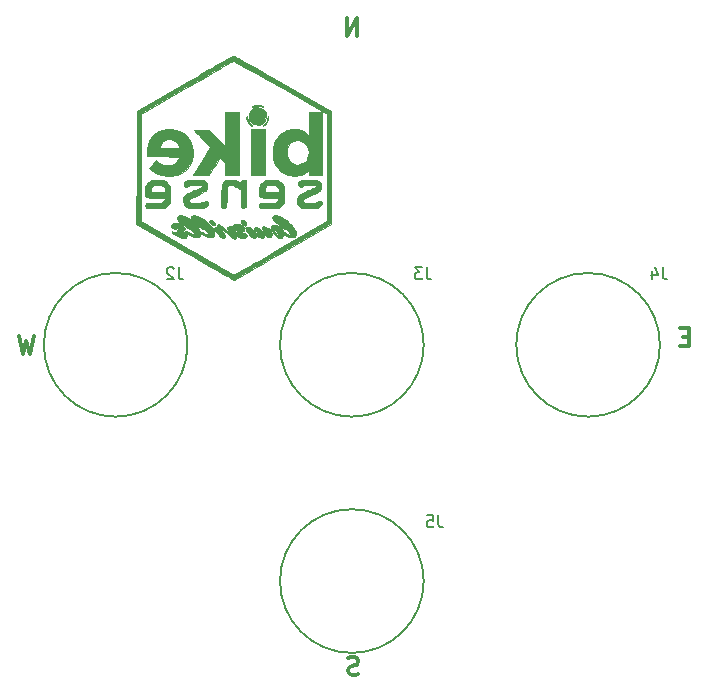
<source format=gbr>
G04 #@! TF.GenerationSoftware,KiCad,Pcbnew,(5.0.2)-1*
G04 #@! TF.CreationDate,2019-05-10T15:47:13-04:00*
G04 #@! TF.ProjectId,bikesenseCap,62696b65-7365-46e7-9365-4361702e6b69,PROD A*
G04 #@! TF.SameCoordinates,Original*
G04 #@! TF.FileFunction,Legend,Bot*
G04 #@! TF.FilePolarity,Positive*
%FSLAX46Y46*%
G04 Gerber Fmt 4.6, Leading zero omitted, Abs format (unit mm)*
G04 Created by KiCad (PCBNEW (5.0.2)-1) date 5/10/2019 3:47:13 PM*
%MOMM*%
%LPD*%
G01*
G04 APERTURE LIST*
%ADD10C,0.300000*%
%ADD11C,0.150000*%
%ADD12C,0.010000*%
G04 APERTURE END LIST*
D10*
X123070857Y-99254571D02*
X122713714Y-100754571D01*
X122428000Y-99683142D01*
X122142285Y-100754571D01*
X121785142Y-99254571D01*
X178502428Y-99333857D02*
X178002428Y-99333857D01*
X177788142Y-100119571D02*
X178502428Y-100119571D01*
X178502428Y-98619571D01*
X177788142Y-98619571D01*
X150542571Y-127861142D02*
X150328285Y-127932571D01*
X149971142Y-127932571D01*
X149828285Y-127861142D01*
X149756857Y-127789714D01*
X149685428Y-127646857D01*
X149685428Y-127504000D01*
X149756857Y-127361142D01*
X149828285Y-127289714D01*
X149971142Y-127218285D01*
X150256857Y-127146857D01*
X150399714Y-127075428D01*
X150471142Y-127004000D01*
X150542571Y-126861142D01*
X150542571Y-126718285D01*
X150471142Y-126575428D01*
X150399714Y-126504000D01*
X150256857Y-126432571D01*
X149899714Y-126432571D01*
X149685428Y-126504000D01*
X150415571Y-73830571D02*
X150415571Y-72330571D01*
X149558428Y-73830571D01*
X149558428Y-72330571D01*
D11*
G04 #@! TO.C,J5*
X156082763Y-120000000D02*
G75*
G03X156082763Y-120000000I-6082763J0D01*
G01*
G04 #@! TO.C,J2*
X136082763Y-100000000D02*
G75*
G03X136082763Y-100000000I-6082763J0D01*
G01*
G04 #@! TO.C,J3*
X156082763Y-100000000D02*
G75*
G03X156082763Y-100000000I-6082763J0D01*
G01*
G04 #@! TO.C,J4*
X176082763Y-100000000D02*
G75*
G03X176082763Y-100000000I-6082763J0D01*
G01*
D12*
G04 #@! TO.C,G\002A\002A\002A*
G36*
X141855004Y-79676792D02*
X141723426Y-79704946D01*
X141612093Y-79744127D01*
X141540334Y-79788003D01*
X141524000Y-79817863D01*
X141547018Y-79845382D01*
X141618997Y-79827958D01*
X141692210Y-79793223D01*
X141805174Y-79758577D01*
X141955861Y-79742652D01*
X142115082Y-79745460D01*
X142253650Y-79767011D01*
X142322286Y-79793000D01*
X142417990Y-79836162D01*
X142483652Y-79843674D01*
X142503579Y-79820214D01*
X142470591Y-79782845D01*
X142384897Y-79742971D01*
X142265882Y-79706385D01*
X142132936Y-79678881D01*
X142005447Y-79666253D01*
X141987493Y-79666000D01*
X141855004Y-79676792D01*
X141855004Y-79676792D01*
G37*
X141855004Y-79676792D02*
X141723426Y-79704946D01*
X141612093Y-79744127D01*
X141540334Y-79788003D01*
X141524000Y-79817863D01*
X141547018Y-79845382D01*
X141618997Y-79827958D01*
X141692210Y-79793223D01*
X141805174Y-79758577D01*
X141955861Y-79742652D01*
X142115082Y-79745460D01*
X142253650Y-79767011D01*
X142322286Y-79793000D01*
X142417990Y-79836162D01*
X142483652Y-79843674D01*
X142503579Y-79820214D01*
X142470591Y-79782845D01*
X142384897Y-79742971D01*
X142265882Y-79706385D01*
X142132936Y-79678881D01*
X142005447Y-79666253D01*
X141987493Y-79666000D01*
X141855004Y-79676792D01*
G36*
X141795667Y-79904433D02*
X141626252Y-79972889D01*
X141472355Y-80099987D01*
X141444408Y-80130002D01*
X141344195Y-80266827D01*
X141288323Y-80415623D01*
X141271141Y-80597020D01*
X141277733Y-80738467D01*
X141328972Y-80947357D01*
X141444277Y-81123207D01*
X141621899Y-81263558D01*
X141669864Y-81289785D01*
X141836758Y-81347164D01*
X142025804Y-81369715D01*
X142204225Y-81355139D01*
X142280733Y-81332604D01*
X142475033Y-81217840D01*
X142621982Y-81048099D01*
X142670845Y-80957753D01*
X142741534Y-80731842D01*
X142746619Y-80513839D01*
X142692175Y-80313518D01*
X142584279Y-80140651D01*
X142429006Y-80005011D01*
X142232432Y-79916371D01*
X142003621Y-79884511D01*
X141795667Y-79904433D01*
X141795667Y-79904433D01*
G37*
X141795667Y-79904433D02*
X141626252Y-79972889D01*
X141472355Y-80099987D01*
X141444408Y-80130002D01*
X141344195Y-80266827D01*
X141288323Y-80415623D01*
X141271141Y-80597020D01*
X141277733Y-80738467D01*
X141328972Y-80947357D01*
X141444277Y-81123207D01*
X141621899Y-81263558D01*
X141669864Y-81289785D01*
X141836758Y-81347164D01*
X142025804Y-81369715D01*
X142204225Y-81355139D01*
X142280733Y-81332604D01*
X142475033Y-81217840D01*
X142621982Y-81048099D01*
X142670845Y-80957753D01*
X142741534Y-80731842D01*
X142746619Y-80513839D01*
X142692175Y-80313518D01*
X142584279Y-80140651D01*
X142429006Y-80005011D01*
X142232432Y-79916371D01*
X142003621Y-79884511D01*
X141795667Y-79904433D01*
G36*
X141060246Y-80676662D02*
X141054127Y-80756258D01*
X141068513Y-80864629D01*
X141101707Y-80981900D01*
X141121462Y-81030383D01*
X141195313Y-81157849D01*
X141292062Y-81278207D01*
X141395755Y-81375496D01*
X141490442Y-81433759D01*
X141534281Y-81443388D01*
X141579993Y-81438908D01*
X141572969Y-81419522D01*
X141508463Y-81374712D01*
X141501179Y-81370035D01*
X141371289Y-81257098D01*
X141256187Y-81104143D01*
X141170083Y-80935185D01*
X141127189Y-80774239D01*
X141124858Y-80734066D01*
X141112135Y-80667012D01*
X141088572Y-80645714D01*
X141060246Y-80676662D01*
X141060246Y-80676662D01*
G37*
X141060246Y-80676662D02*
X141054127Y-80756258D01*
X141068513Y-80864629D01*
X141101707Y-80981900D01*
X141121462Y-81030383D01*
X141195313Y-81157849D01*
X141292062Y-81278207D01*
X141395755Y-81375496D01*
X141490442Y-81433759D01*
X141534281Y-81443388D01*
X141579993Y-81438908D01*
X141572969Y-81419522D01*
X141508463Y-81374712D01*
X141501179Y-81370035D01*
X141371289Y-81257098D01*
X141256187Y-81104143D01*
X141170083Y-80935185D01*
X141127189Y-80774239D01*
X141124858Y-80734066D01*
X141112135Y-80667012D01*
X141088572Y-80645714D01*
X141060246Y-80676662D01*
G36*
X142876410Y-80677031D02*
X142866217Y-80745500D01*
X142841322Y-80877210D01*
X142776357Y-81032374D01*
X142684714Y-81185368D01*
X142579784Y-81310570D01*
X142562630Y-81326335D01*
X142491799Y-81399173D01*
X142477019Y-81437331D01*
X142509384Y-81438486D01*
X142579986Y-81400314D01*
X142647857Y-81348559D01*
X142732231Y-81257957D01*
X142816853Y-81137042D01*
X142850213Y-81077622D01*
X142898399Y-80959190D01*
X142928934Y-80838345D01*
X142939544Y-80733723D01*
X142927960Y-80663957D01*
X142902857Y-80645714D01*
X142876410Y-80677031D01*
X142876410Y-80677031D01*
G37*
X142876410Y-80677031D02*
X142866217Y-80745500D01*
X142841322Y-80877210D01*
X142776357Y-81032374D01*
X142684714Y-81185368D01*
X142579784Y-81310570D01*
X142562630Y-81326335D01*
X142491799Y-81399173D01*
X142477019Y-81437331D01*
X142509384Y-81438486D01*
X142579986Y-81400314D01*
X142647857Y-81348559D01*
X142732231Y-81257957D01*
X142816853Y-81137042D01*
X142850213Y-81077622D01*
X142898399Y-80959190D01*
X142928934Y-80838345D01*
X142939544Y-80733723D01*
X142927960Y-80663957D01*
X142902857Y-80645714D01*
X142876410Y-80677031D01*
G36*
X139274286Y-83177746D02*
X137913572Y-81777444D01*
X137266477Y-81774007D01*
X137022137Y-81774614D01*
X136832562Y-81779131D01*
X136702817Y-81787304D01*
X136637970Y-81798879D01*
X136631477Y-81805891D01*
X136659111Y-81841656D01*
X136729450Y-81921484D01*
X136834922Y-82037102D01*
X136967953Y-82180241D01*
X137120974Y-82342627D01*
X137171239Y-82395534D01*
X137340381Y-82573561D01*
X137502957Y-82745298D01*
X137648483Y-82899624D01*
X137766475Y-83025417D01*
X137846450Y-83111556D01*
X137854714Y-83120583D01*
X138010522Y-83291309D01*
X137278939Y-84463154D01*
X136547356Y-85635000D01*
X137210180Y-85644916D01*
X137463413Y-85647354D01*
X137652125Y-85645770D01*
X137784274Y-85639755D01*
X137867821Y-85628901D01*
X137910725Y-85612797D01*
X137915389Y-85608631D01*
X137945374Y-85565167D01*
X138006273Y-85468560D01*
X138092309Y-85328278D01*
X138197702Y-85153790D01*
X138316673Y-84954564D01*
X138385777Y-84837916D01*
X138813781Y-84113403D01*
X139044034Y-84361266D01*
X139274286Y-84609128D01*
X139274286Y-85653143D01*
X140435429Y-85653143D01*
X140435429Y-80319143D01*
X139274286Y-80319143D01*
X139274286Y-83177746D01*
X139274286Y-83177746D01*
G37*
X139274286Y-83177746D02*
X137913572Y-81777444D01*
X137266477Y-81774007D01*
X137022137Y-81774614D01*
X136832562Y-81779131D01*
X136702817Y-81787304D01*
X136637970Y-81798879D01*
X136631477Y-81805891D01*
X136659111Y-81841656D01*
X136729450Y-81921484D01*
X136834922Y-82037102D01*
X136967953Y-82180241D01*
X137120974Y-82342627D01*
X137171239Y-82395534D01*
X137340381Y-82573561D01*
X137502957Y-82745298D01*
X137648483Y-82899624D01*
X137766475Y-83025417D01*
X137846450Y-83111556D01*
X137854714Y-83120583D01*
X138010522Y-83291309D01*
X137278939Y-84463154D01*
X136547356Y-85635000D01*
X137210180Y-85644916D01*
X137463413Y-85647354D01*
X137652125Y-85645770D01*
X137784274Y-85639755D01*
X137867821Y-85628901D01*
X137910725Y-85612797D01*
X137915389Y-85608631D01*
X137945374Y-85565167D01*
X138006273Y-85468560D01*
X138092309Y-85328278D01*
X138197702Y-85153790D01*
X138316673Y-84954564D01*
X138385777Y-84837916D01*
X138813781Y-84113403D01*
X139044034Y-84361266D01*
X139274286Y-84609128D01*
X139274286Y-85653143D01*
X140435429Y-85653143D01*
X140435429Y-80319143D01*
X139274286Y-80319143D01*
X139274286Y-83177746D01*
G36*
X141487715Y-85653143D02*
X142612572Y-85653143D01*
X142612572Y-81770571D01*
X141487715Y-81770571D01*
X141487715Y-85653143D01*
X141487715Y-85653143D01*
G37*
X141487715Y-85653143D02*
X142612572Y-85653143D01*
X142612572Y-81770571D01*
X141487715Y-81770571D01*
X141487715Y-85653143D01*
G36*
X134319299Y-81745685D02*
X133981099Y-81800390D01*
X133663485Y-81904400D01*
X133377898Y-82057645D01*
X133164143Y-82231211D01*
X132972013Y-82469116D01*
X132819723Y-82759954D01*
X132710739Y-83093863D01*
X132648522Y-83460981D01*
X132634630Y-83739071D01*
X132634000Y-84056571D01*
X134012858Y-84056571D01*
X134321127Y-84057041D01*
X134605388Y-84058381D01*
X134857762Y-84060485D01*
X135070367Y-84063246D01*
X135235322Y-84066560D01*
X135344748Y-84070319D01*
X135390763Y-84074419D01*
X135391715Y-84075109D01*
X135370013Y-84150282D01*
X135313943Y-84258398D01*
X135237053Y-84377900D01*
X135152894Y-84487230D01*
X135093926Y-84548890D01*
X134923689Y-84679226D01*
X134749686Y-84757109D01*
X134546681Y-84791937D01*
X134430143Y-84796128D01*
X134127701Y-84765927D01*
X133851859Y-84670023D01*
X133618367Y-84525096D01*
X133441090Y-84390920D01*
X133137331Y-84697897D01*
X132833572Y-85004875D01*
X133025143Y-85182524D01*
X133272523Y-85369672D01*
X133567225Y-85522078D01*
X133888049Y-85628901D01*
X133907201Y-85633515D01*
X134083220Y-85662096D01*
X134304053Y-85679172D01*
X134545526Y-85684667D01*
X134783465Y-85678507D01*
X134993698Y-85660616D01*
X135127839Y-85637291D01*
X135415049Y-85539571D01*
X135695383Y-85393011D01*
X135941221Y-85212922D01*
X136011122Y-85147693D01*
X136223408Y-84886013D01*
X136382277Y-84586297D01*
X136488064Y-84259209D01*
X136541106Y-83915413D01*
X136541740Y-83565574D01*
X136496806Y-83264002D01*
X135389792Y-83264002D01*
X135387380Y-83304693D01*
X135357233Y-83333007D01*
X135291745Y-83351180D01*
X135183314Y-83361446D01*
X135024335Y-83366040D01*
X134807203Y-83367195D01*
X134557143Y-83367142D01*
X133722572Y-83367142D01*
X133722572Y-83276033D01*
X133749474Y-83139280D01*
X133820135Y-82986686D01*
X133919487Y-82844903D01*
X134020592Y-82748854D01*
X134187416Y-82659409D01*
X134383254Y-82601514D01*
X134576027Y-82583053D01*
X134661971Y-82591207D01*
X134886066Y-82666431D01*
X135088756Y-82799752D01*
X135252542Y-82977133D01*
X135341825Y-83136552D01*
X135372072Y-83208700D01*
X135389792Y-83264002D01*
X136496806Y-83264002D01*
X136490302Y-83220356D01*
X136387128Y-82890423D01*
X136232555Y-82586441D01*
X136026920Y-82319072D01*
X135918586Y-82214222D01*
X135649097Y-82021338D01*
X135342982Y-81878113D01*
X135011682Y-81784477D01*
X134666640Y-81740357D01*
X134319299Y-81745685D01*
X134319299Y-81745685D01*
G37*
X134319299Y-81745685D02*
X133981099Y-81800390D01*
X133663485Y-81904400D01*
X133377898Y-82057645D01*
X133164143Y-82231211D01*
X132972013Y-82469116D01*
X132819723Y-82759954D01*
X132710739Y-83093863D01*
X132648522Y-83460981D01*
X132634630Y-83739071D01*
X132634000Y-84056571D01*
X134012858Y-84056571D01*
X134321127Y-84057041D01*
X134605388Y-84058381D01*
X134857762Y-84060485D01*
X135070367Y-84063246D01*
X135235322Y-84066560D01*
X135344748Y-84070319D01*
X135390763Y-84074419D01*
X135391715Y-84075109D01*
X135370013Y-84150282D01*
X135313943Y-84258398D01*
X135237053Y-84377900D01*
X135152894Y-84487230D01*
X135093926Y-84548890D01*
X134923689Y-84679226D01*
X134749686Y-84757109D01*
X134546681Y-84791937D01*
X134430143Y-84796128D01*
X134127701Y-84765927D01*
X133851859Y-84670023D01*
X133618367Y-84525096D01*
X133441090Y-84390920D01*
X133137331Y-84697897D01*
X132833572Y-85004875D01*
X133025143Y-85182524D01*
X133272523Y-85369672D01*
X133567225Y-85522078D01*
X133888049Y-85628901D01*
X133907201Y-85633515D01*
X134083220Y-85662096D01*
X134304053Y-85679172D01*
X134545526Y-85684667D01*
X134783465Y-85678507D01*
X134993698Y-85660616D01*
X135127839Y-85637291D01*
X135415049Y-85539571D01*
X135695383Y-85393011D01*
X135941221Y-85212922D01*
X136011122Y-85147693D01*
X136223408Y-84886013D01*
X136382277Y-84586297D01*
X136488064Y-84259209D01*
X136541106Y-83915413D01*
X136541740Y-83565574D01*
X136496806Y-83264002D01*
X135389792Y-83264002D01*
X135387380Y-83304693D01*
X135357233Y-83333007D01*
X135291745Y-83351180D01*
X135183314Y-83361446D01*
X135024335Y-83366040D01*
X134807203Y-83367195D01*
X134557143Y-83367142D01*
X133722572Y-83367142D01*
X133722572Y-83276033D01*
X133749474Y-83139280D01*
X133820135Y-82986686D01*
X133919487Y-82844903D01*
X134020592Y-82748854D01*
X134187416Y-82659409D01*
X134383254Y-82601514D01*
X134576027Y-82583053D01*
X134661971Y-82591207D01*
X134886066Y-82666431D01*
X135088756Y-82799752D01*
X135252542Y-82977133D01*
X135341825Y-83136552D01*
X135372072Y-83208700D01*
X135389792Y-83264002D01*
X136496806Y-83264002D01*
X136490302Y-83220356D01*
X136387128Y-82890423D01*
X136232555Y-82586441D01*
X136026920Y-82319072D01*
X135918586Y-82214222D01*
X135649097Y-82021338D01*
X135342982Y-81878113D01*
X135011682Y-81784477D01*
X134666640Y-81740357D01*
X134319299Y-81745685D01*
G36*
X146350000Y-82285853D02*
X146150308Y-82103345D01*
X145916194Y-81929755D01*
X145653256Y-81814431D01*
X145350156Y-81752802D01*
X145261429Y-81744875D01*
X144892608Y-81753219D01*
X144548289Y-81827546D01*
X144234297Y-81963714D01*
X143956456Y-82157580D01*
X143720590Y-82405000D01*
X143532525Y-82701833D01*
X143398085Y-83043935D01*
X143388800Y-83076857D01*
X143350372Y-83275208D01*
X143327812Y-83515409D01*
X143321133Y-83774099D01*
X143330349Y-84027913D01*
X143355473Y-84253490D01*
X143388039Y-84401285D01*
X143526613Y-84754383D01*
X143713150Y-85054718D01*
X143946095Y-85300633D01*
X144223894Y-85490474D01*
X144530465Y-85618158D01*
X144752845Y-85665602D01*
X145011500Y-85687490D01*
X145278186Y-85683790D01*
X145524654Y-85654470D01*
X145667674Y-85619441D01*
X145825073Y-85553919D01*
X145991762Y-85460161D01*
X146145000Y-85353122D01*
X146262043Y-85247758D01*
X146295792Y-85206388D01*
X146323593Y-85172218D01*
X146339830Y-85175502D01*
X146347574Y-85226708D01*
X146349899Y-85336302D01*
X146350000Y-85391069D01*
X146350000Y-85653143D01*
X147474858Y-85653143D01*
X147474858Y-83767268D01*
X146332923Y-83767268D01*
X146297622Y-83986381D01*
X146232589Y-84196598D01*
X146164319Y-84335595D01*
X146014167Y-84512681D01*
X145819041Y-84642902D01*
X145593233Y-84721276D01*
X145351032Y-84742822D01*
X145109277Y-84703327D01*
X144940598Y-84621599D01*
X144777261Y-84487672D01*
X144639295Y-84320414D01*
X144568718Y-84194010D01*
X144508069Y-83998422D01*
X144479535Y-83771362D01*
X144483389Y-83539401D01*
X144519904Y-83329106D01*
X144558717Y-83222000D01*
X144700271Y-82996220D01*
X144883503Y-82828802D01*
X145104447Y-82722313D01*
X145359140Y-82679319D01*
X145397896Y-82678511D01*
X145653171Y-82710424D01*
X145876287Y-82804729D01*
X146062030Y-82956431D01*
X146205190Y-83160539D01*
X146300553Y-83412061D01*
X146331229Y-83572466D01*
X146332923Y-83767268D01*
X147474858Y-83767268D01*
X147474858Y-80319143D01*
X146350000Y-80319143D01*
X146350000Y-82285853D01*
X146350000Y-82285853D01*
G37*
X146350000Y-82285853D02*
X146150308Y-82103345D01*
X145916194Y-81929755D01*
X145653256Y-81814431D01*
X145350156Y-81752802D01*
X145261429Y-81744875D01*
X144892608Y-81753219D01*
X144548289Y-81827546D01*
X144234297Y-81963714D01*
X143956456Y-82157580D01*
X143720590Y-82405000D01*
X143532525Y-82701833D01*
X143398085Y-83043935D01*
X143388800Y-83076857D01*
X143350372Y-83275208D01*
X143327812Y-83515409D01*
X143321133Y-83774099D01*
X143330349Y-84027913D01*
X143355473Y-84253490D01*
X143388039Y-84401285D01*
X143526613Y-84754383D01*
X143713150Y-85054718D01*
X143946095Y-85300633D01*
X144223894Y-85490474D01*
X144530465Y-85618158D01*
X144752845Y-85665602D01*
X145011500Y-85687490D01*
X145278186Y-85683790D01*
X145524654Y-85654470D01*
X145667674Y-85619441D01*
X145825073Y-85553919D01*
X145991762Y-85460161D01*
X146145000Y-85353122D01*
X146262043Y-85247758D01*
X146295792Y-85206388D01*
X146323593Y-85172218D01*
X146339830Y-85175502D01*
X146347574Y-85226708D01*
X146349899Y-85336302D01*
X146350000Y-85391069D01*
X146350000Y-85653143D01*
X147474858Y-85653143D01*
X147474858Y-83767268D01*
X146332923Y-83767268D01*
X146297622Y-83986381D01*
X146232589Y-84196598D01*
X146164319Y-84335595D01*
X146014167Y-84512681D01*
X145819041Y-84642902D01*
X145593233Y-84721276D01*
X145351032Y-84742822D01*
X145109277Y-84703327D01*
X144940598Y-84621599D01*
X144777261Y-84487672D01*
X144639295Y-84320414D01*
X144568718Y-84194010D01*
X144508069Y-83998422D01*
X144479535Y-83771362D01*
X144483389Y-83539401D01*
X144519904Y-83329106D01*
X144558717Y-83222000D01*
X144700271Y-82996220D01*
X144883503Y-82828802D01*
X145104447Y-82722313D01*
X145359140Y-82679319D01*
X145397896Y-82678511D01*
X145653171Y-82710424D01*
X145876287Y-82804729D01*
X146062030Y-82956431D01*
X146205190Y-83160539D01*
X146300553Y-83412061D01*
X146331229Y-83572466D01*
X146332923Y-83767268D01*
X147474858Y-83767268D01*
X147474858Y-80319143D01*
X146350000Y-80319143D01*
X146350000Y-82285853D01*
G36*
X133379337Y-86016830D02*
X133245933Y-86021184D01*
X133152030Y-86031850D01*
X133081098Y-86051622D01*
X133016601Y-86083290D01*
X132958604Y-86119017D01*
X132779540Y-86243857D01*
X132651522Y-86364285D01*
X132566523Y-86496237D01*
X132516517Y-86655648D01*
X132493476Y-86858454D01*
X132489060Y-87051140D01*
X132488689Y-87203045D01*
X132493402Y-87319772D01*
X132511617Y-87405942D01*
X132551755Y-87466175D01*
X132622236Y-87505091D01*
X132731479Y-87527311D01*
X132887904Y-87537456D01*
X133099931Y-87540145D01*
X133375980Y-87540000D01*
X134158000Y-87540000D01*
X134158000Y-87634343D01*
X134127229Y-87732782D01*
X134041997Y-87844579D01*
X134034629Y-87852057D01*
X133911257Y-87975428D01*
X133272629Y-87975428D01*
X133041151Y-87975990D01*
X132871076Y-87978435D01*
X132751238Y-87983902D01*
X132670473Y-87993531D01*
X132617615Y-88008461D01*
X132581499Y-88029832D01*
X132561429Y-88048000D01*
X132498421Y-88156870D01*
X132500713Y-88278925D01*
X132540298Y-88358564D01*
X132562790Y-88382780D01*
X132596694Y-88400964D01*
X132652073Y-88414152D01*
X132738988Y-88423380D01*
X132867501Y-88429682D01*
X133047674Y-88434096D01*
X133289571Y-88437656D01*
X133311369Y-88437928D01*
X133587808Y-88439810D01*
X133798591Y-88437516D01*
X133950532Y-88430737D01*
X134050444Y-88419160D01*
X134105139Y-88402477D01*
X134106577Y-88401642D01*
X134239356Y-88309216D01*
X134372783Y-88195023D01*
X134487267Y-88077688D01*
X134563216Y-87975837D01*
X134571915Y-87959264D01*
X134594707Y-87895563D01*
X134610960Y-87807887D01*
X134621591Y-87684678D01*
X134627518Y-87514376D01*
X134629660Y-87285423D01*
X134629715Y-87231571D01*
X134628040Y-86975845D01*
X134623951Y-86867915D01*
X134158000Y-86867915D01*
X134158000Y-87068285D01*
X132960572Y-87068285D01*
X132960572Y-86893975D01*
X132968135Y-86777437D01*
X133001091Y-86694373D01*
X133074839Y-86609044D01*
X133089569Y-86594618D01*
X133158109Y-86532361D01*
X133220027Y-86494254D01*
X133296966Y-86473362D01*
X133410566Y-86462754D01*
X133515926Y-86458025D01*
X133667640Y-86454187D01*
X133771291Y-86460370D01*
X133851224Y-86481704D01*
X133931783Y-86523320D01*
X133985643Y-86557012D01*
X134083347Y-86622744D01*
X134134702Y-86676455D01*
X134154616Y-86745039D01*
X134157997Y-86855386D01*
X134158000Y-86867915D01*
X134623951Y-86867915D01*
X134620626Y-86780165D01*
X134603887Y-86632038D01*
X134574238Y-86518970D01*
X134528095Y-86428468D01*
X134461871Y-86348038D01*
X134371983Y-86265187D01*
X134346101Y-86243227D01*
X134234973Y-86152548D01*
X134142838Y-86089880D01*
X134052032Y-86050057D01*
X133944887Y-86027917D01*
X133803737Y-86018295D01*
X133610916Y-86016026D01*
X133568776Y-86016000D01*
X133379337Y-86016830D01*
X133379337Y-86016830D01*
G37*
X133379337Y-86016830D02*
X133245933Y-86021184D01*
X133152030Y-86031850D01*
X133081098Y-86051622D01*
X133016601Y-86083290D01*
X132958604Y-86119017D01*
X132779540Y-86243857D01*
X132651522Y-86364285D01*
X132566523Y-86496237D01*
X132516517Y-86655648D01*
X132493476Y-86858454D01*
X132489060Y-87051140D01*
X132488689Y-87203045D01*
X132493402Y-87319772D01*
X132511617Y-87405942D01*
X132551755Y-87466175D01*
X132622236Y-87505091D01*
X132731479Y-87527311D01*
X132887904Y-87537456D01*
X133099931Y-87540145D01*
X133375980Y-87540000D01*
X134158000Y-87540000D01*
X134158000Y-87634343D01*
X134127229Y-87732782D01*
X134041997Y-87844579D01*
X134034629Y-87852057D01*
X133911257Y-87975428D01*
X133272629Y-87975428D01*
X133041151Y-87975990D01*
X132871076Y-87978435D01*
X132751238Y-87983902D01*
X132670473Y-87993531D01*
X132617615Y-88008461D01*
X132581499Y-88029832D01*
X132561429Y-88048000D01*
X132498421Y-88156870D01*
X132500713Y-88278925D01*
X132540298Y-88358564D01*
X132562790Y-88382780D01*
X132596694Y-88400964D01*
X132652073Y-88414152D01*
X132738988Y-88423380D01*
X132867501Y-88429682D01*
X133047674Y-88434096D01*
X133289571Y-88437656D01*
X133311369Y-88437928D01*
X133587808Y-88439810D01*
X133798591Y-88437516D01*
X133950532Y-88430737D01*
X134050444Y-88419160D01*
X134105139Y-88402477D01*
X134106577Y-88401642D01*
X134239356Y-88309216D01*
X134372783Y-88195023D01*
X134487267Y-88077688D01*
X134563216Y-87975837D01*
X134571915Y-87959264D01*
X134594707Y-87895563D01*
X134610960Y-87807887D01*
X134621591Y-87684678D01*
X134627518Y-87514376D01*
X134629660Y-87285423D01*
X134629715Y-87231571D01*
X134628040Y-86975845D01*
X134623951Y-86867915D01*
X134158000Y-86867915D01*
X134158000Y-87068285D01*
X132960572Y-87068285D01*
X132960572Y-86893975D01*
X132968135Y-86777437D01*
X133001091Y-86694373D01*
X133074839Y-86609044D01*
X133089569Y-86594618D01*
X133158109Y-86532361D01*
X133220027Y-86494254D01*
X133296966Y-86473362D01*
X133410566Y-86462754D01*
X133515926Y-86458025D01*
X133667640Y-86454187D01*
X133771291Y-86460370D01*
X133851224Y-86481704D01*
X133931783Y-86523320D01*
X133985643Y-86557012D01*
X134083347Y-86622744D01*
X134134702Y-86676455D01*
X134154616Y-86745039D01*
X134157997Y-86855386D01*
X134158000Y-86867915D01*
X134623951Y-86867915D01*
X134620626Y-86780165D01*
X134603887Y-86632038D01*
X134574238Y-86518970D01*
X134528095Y-86428468D01*
X134461871Y-86348038D01*
X134371983Y-86265187D01*
X134346101Y-86243227D01*
X134234973Y-86152548D01*
X134142838Y-86089880D01*
X134052032Y-86050057D01*
X133944887Y-86027917D01*
X133803737Y-86018295D01*
X133610916Y-86016026D01*
X133568776Y-86016000D01*
X133379337Y-86016830D01*
G36*
X135960164Y-86128409D02*
X135827030Y-86239669D01*
X135764799Y-86351974D01*
X135771856Y-86469176D01*
X135795482Y-86521485D01*
X135877371Y-86602582D01*
X135990758Y-86628117D01*
X136118896Y-86596741D01*
X136191403Y-86553402D01*
X136247089Y-86517293D01*
X136309205Y-86492534D01*
X136393259Y-86476465D01*
X136514760Y-86466423D01*
X136689217Y-86459749D01*
X136746251Y-86458209D01*
X136946112Y-86455052D01*
X137086438Y-86458337D01*
X137180065Y-86469142D01*
X137239832Y-86488542D01*
X137260429Y-86501348D01*
X137309044Y-86547516D01*
X137299889Y-86586982D01*
X137278572Y-86610163D01*
X137228649Y-86642377D01*
X137124271Y-86697741D01*
X136977457Y-86770284D01*
X136800225Y-86854038D01*
X136643572Y-86925570D01*
X136365440Y-87053215D01*
X136147868Y-87161235D01*
X135983855Y-87256499D01*
X135866398Y-87345876D01*
X135788495Y-87436238D01*
X135743145Y-87534454D01*
X135723347Y-87647393D01*
X135722097Y-87781927D01*
X135724294Y-87827540D01*
X135755571Y-88036127D01*
X135827222Y-88192536D01*
X135946456Y-88309139D01*
X136035071Y-88360856D01*
X136134725Y-88390750D01*
X136289869Y-88414449D01*
X136483655Y-88431565D01*
X136699234Y-88441708D01*
X136919759Y-88444489D01*
X137128380Y-88439519D01*
X137308249Y-88426408D01*
X137442518Y-88404767D01*
X137478143Y-88394202D01*
X137604342Y-88329460D01*
X137716595Y-88239273D01*
X137800400Y-88139407D01*
X137841251Y-88045631D01*
X137839789Y-88001056D01*
X137786331Y-87904568D01*
X137700993Y-87827629D01*
X137610727Y-87794109D01*
X137606017Y-87794000D01*
X137535854Y-87815467D01*
X137448791Y-87867923D01*
X137438706Y-87875642D01*
X137391407Y-87908384D01*
X137337455Y-87931561D01*
X137263230Y-87947232D01*
X137155113Y-87957460D01*
X136999482Y-87964306D01*
X136822139Y-87968949D01*
X136614598Y-87972608D01*
X136467251Y-87971880D01*
X136367796Y-87965694D01*
X136303931Y-87952983D01*
X136263356Y-87932678D01*
X136247643Y-87919030D01*
X136202823Y-87833474D01*
X136197102Y-87762224D01*
X136209190Y-87719387D01*
X136241731Y-87678451D01*
X136305199Y-87632306D01*
X136410068Y-87573841D01*
X136566810Y-87495945D01*
X136643572Y-87459092D01*
X136942289Y-87315774D01*
X137181939Y-87198058D01*
X137369236Y-87100898D01*
X137510896Y-87019247D01*
X137613632Y-86948058D01*
X137684161Y-86882285D01*
X137729195Y-86816880D01*
X137755450Y-86746798D01*
X137769641Y-86666991D01*
X137775505Y-86608345D01*
X137760740Y-86406857D01*
X137680931Y-86235694D01*
X137538387Y-86099781D01*
X137536277Y-86098366D01*
X137487910Y-86068678D01*
X137437136Y-86047123D01*
X137371929Y-86032405D01*
X137280264Y-86023230D01*
X137150113Y-86018302D01*
X136969451Y-86016326D01*
X136771427Y-86016000D01*
X136129871Y-86016000D01*
X135960164Y-86128409D01*
X135960164Y-86128409D01*
G37*
X135960164Y-86128409D02*
X135827030Y-86239669D01*
X135764799Y-86351974D01*
X135771856Y-86469176D01*
X135795482Y-86521485D01*
X135877371Y-86602582D01*
X135990758Y-86628117D01*
X136118896Y-86596741D01*
X136191403Y-86553402D01*
X136247089Y-86517293D01*
X136309205Y-86492534D01*
X136393259Y-86476465D01*
X136514760Y-86466423D01*
X136689217Y-86459749D01*
X136746251Y-86458209D01*
X136946112Y-86455052D01*
X137086438Y-86458337D01*
X137180065Y-86469142D01*
X137239832Y-86488542D01*
X137260429Y-86501348D01*
X137309044Y-86547516D01*
X137299889Y-86586982D01*
X137278572Y-86610163D01*
X137228649Y-86642377D01*
X137124271Y-86697741D01*
X136977457Y-86770284D01*
X136800225Y-86854038D01*
X136643572Y-86925570D01*
X136365440Y-87053215D01*
X136147868Y-87161235D01*
X135983855Y-87256499D01*
X135866398Y-87345876D01*
X135788495Y-87436238D01*
X135743145Y-87534454D01*
X135723347Y-87647393D01*
X135722097Y-87781927D01*
X135724294Y-87827540D01*
X135755571Y-88036127D01*
X135827222Y-88192536D01*
X135946456Y-88309139D01*
X136035071Y-88360856D01*
X136134725Y-88390750D01*
X136289869Y-88414449D01*
X136483655Y-88431565D01*
X136699234Y-88441708D01*
X136919759Y-88444489D01*
X137128380Y-88439519D01*
X137308249Y-88426408D01*
X137442518Y-88404767D01*
X137478143Y-88394202D01*
X137604342Y-88329460D01*
X137716595Y-88239273D01*
X137800400Y-88139407D01*
X137841251Y-88045631D01*
X137839789Y-88001056D01*
X137786331Y-87904568D01*
X137700993Y-87827629D01*
X137610727Y-87794109D01*
X137606017Y-87794000D01*
X137535854Y-87815467D01*
X137448791Y-87867923D01*
X137438706Y-87875642D01*
X137391407Y-87908384D01*
X137337455Y-87931561D01*
X137263230Y-87947232D01*
X137155113Y-87957460D01*
X136999482Y-87964306D01*
X136822139Y-87968949D01*
X136614598Y-87972608D01*
X136467251Y-87971880D01*
X136367796Y-87965694D01*
X136303931Y-87952983D01*
X136263356Y-87932678D01*
X136247643Y-87919030D01*
X136202823Y-87833474D01*
X136197102Y-87762224D01*
X136209190Y-87719387D01*
X136241731Y-87678451D01*
X136305199Y-87632306D01*
X136410068Y-87573841D01*
X136566810Y-87495945D01*
X136643572Y-87459092D01*
X136942289Y-87315774D01*
X137181939Y-87198058D01*
X137369236Y-87100898D01*
X137510896Y-87019247D01*
X137613632Y-86948058D01*
X137684161Y-86882285D01*
X137729195Y-86816880D01*
X137755450Y-86746798D01*
X137769641Y-86666991D01*
X137775505Y-86608345D01*
X137760740Y-86406857D01*
X137680931Y-86235694D01*
X137538387Y-86099781D01*
X137536277Y-86098366D01*
X137487910Y-86068678D01*
X137437136Y-86047123D01*
X137371929Y-86032405D01*
X137280264Y-86023230D01*
X137150113Y-86018302D01*
X136969451Y-86016326D01*
X136771427Y-86016000D01*
X136129871Y-86016000D01*
X135960164Y-86128409D01*
G36*
X139529570Y-86018364D02*
X139413339Y-86027760D01*
X139330504Y-86047644D01*
X139261521Y-86081471D01*
X139236257Y-86097766D01*
X139163139Y-86150081D01*
X139105235Y-86203327D01*
X139060378Y-86266612D01*
X139026404Y-86349044D01*
X139001145Y-86459734D01*
X138982435Y-86607790D01*
X138968109Y-86802321D01*
X138956000Y-87052437D01*
X138945679Y-87319739D01*
X138935797Y-87632363D01*
X138930873Y-87893219D01*
X138930899Y-88097262D01*
X138935871Y-88239444D01*
X138945781Y-88314719D01*
X138946903Y-88318008D01*
X139012986Y-88400397D01*
X139117562Y-88438834D01*
X139236188Y-88425502D01*
X139256862Y-88417132D01*
X139291527Y-88398033D01*
X139319056Y-88370337D01*
X139340679Y-88325626D01*
X139357629Y-88255481D01*
X139371136Y-88151481D01*
X139382430Y-88005209D01*
X139392745Y-87808244D01*
X139403309Y-87552168D01*
X139410216Y-87368382D01*
X139421101Y-87090373D01*
X139432675Y-86876509D01*
X139448003Y-86718403D01*
X139470149Y-86607669D01*
X139502177Y-86535919D01*
X139547153Y-86494765D01*
X139608140Y-86475821D01*
X139688205Y-86470700D01*
X139738225Y-86470715D01*
X139826774Y-86477122D01*
X139913196Y-86499879D01*
X140014753Y-86546206D01*
X140148706Y-86623319D01*
X140242836Y-86681716D01*
X140576385Y-86891574D01*
X140587550Y-87617918D01*
X140591841Y-87866412D01*
X140596709Y-88052340D01*
X140603205Y-88185710D01*
X140612379Y-88276526D01*
X140625279Y-88334793D01*
X140642956Y-88370517D01*
X140666459Y-88393703D01*
X140669150Y-88395702D01*
X140788004Y-88443216D01*
X140908156Y-88424443D01*
X140979715Y-88374571D01*
X141000521Y-88350674D01*
X141016923Y-88319855D01*
X141029443Y-88273875D01*
X141038604Y-88204494D01*
X141044928Y-88103473D01*
X141048936Y-87962575D01*
X141051150Y-87773560D01*
X141052093Y-87528188D01*
X141052286Y-87229186D01*
X141050985Y-86896500D01*
X141047186Y-86614034D01*
X141041047Y-86386594D01*
X141032727Y-86218990D01*
X141022384Y-86116030D01*
X141014724Y-86086186D01*
X140959066Y-86034281D01*
X140856201Y-86016236D01*
X140837738Y-86016000D01*
X140717016Y-86032311D01*
X140642900Y-86090450D01*
X140599477Y-86204221D01*
X140594637Y-86226890D01*
X140571985Y-86340149D01*
X140422064Y-86237606D01*
X140266806Y-86136284D01*
X140141050Y-86071426D01*
X140018805Y-86035071D01*
X139874080Y-86019255D01*
X139698740Y-86016000D01*
X139529570Y-86018364D01*
X139529570Y-86018364D01*
G37*
X139529570Y-86018364D02*
X139413339Y-86027760D01*
X139330504Y-86047644D01*
X139261521Y-86081471D01*
X139236257Y-86097766D01*
X139163139Y-86150081D01*
X139105235Y-86203327D01*
X139060378Y-86266612D01*
X139026404Y-86349044D01*
X139001145Y-86459734D01*
X138982435Y-86607790D01*
X138968109Y-86802321D01*
X138956000Y-87052437D01*
X138945679Y-87319739D01*
X138935797Y-87632363D01*
X138930873Y-87893219D01*
X138930899Y-88097262D01*
X138935871Y-88239444D01*
X138945781Y-88314719D01*
X138946903Y-88318008D01*
X139012986Y-88400397D01*
X139117562Y-88438834D01*
X139236188Y-88425502D01*
X139256862Y-88417132D01*
X139291527Y-88398033D01*
X139319056Y-88370337D01*
X139340679Y-88325626D01*
X139357629Y-88255481D01*
X139371136Y-88151481D01*
X139382430Y-88005209D01*
X139392745Y-87808244D01*
X139403309Y-87552168D01*
X139410216Y-87368382D01*
X139421101Y-87090373D01*
X139432675Y-86876509D01*
X139448003Y-86718403D01*
X139470149Y-86607669D01*
X139502177Y-86535919D01*
X139547153Y-86494765D01*
X139608140Y-86475821D01*
X139688205Y-86470700D01*
X139738225Y-86470715D01*
X139826774Y-86477122D01*
X139913196Y-86499879D01*
X140014753Y-86546206D01*
X140148706Y-86623319D01*
X140242836Y-86681716D01*
X140576385Y-86891574D01*
X140587550Y-87617918D01*
X140591841Y-87866412D01*
X140596709Y-88052340D01*
X140603205Y-88185710D01*
X140612379Y-88276526D01*
X140625279Y-88334793D01*
X140642956Y-88370517D01*
X140666459Y-88393703D01*
X140669150Y-88395702D01*
X140788004Y-88443216D01*
X140908156Y-88424443D01*
X140979715Y-88374571D01*
X141000521Y-88350674D01*
X141016923Y-88319855D01*
X141029443Y-88273875D01*
X141038604Y-88204494D01*
X141044928Y-88103473D01*
X141048936Y-87962575D01*
X141051150Y-87773560D01*
X141052093Y-87528188D01*
X141052286Y-87229186D01*
X141050985Y-86896500D01*
X141047186Y-86614034D01*
X141041047Y-86386594D01*
X141032727Y-86218990D01*
X141022384Y-86116030D01*
X141014724Y-86086186D01*
X140959066Y-86034281D01*
X140856201Y-86016236D01*
X140837738Y-86016000D01*
X140717016Y-86032311D01*
X140642900Y-86090450D01*
X140599477Y-86204221D01*
X140594637Y-86226890D01*
X140571985Y-86340149D01*
X140422064Y-86237606D01*
X140266806Y-86136284D01*
X140141050Y-86071426D01*
X140018805Y-86035071D01*
X139874080Y-86019255D01*
X139698740Y-86016000D01*
X139529570Y-86018364D01*
G36*
X142496736Y-86188357D02*
X142357103Y-86301048D01*
X142259200Y-86404996D01*
X142195834Y-86517022D01*
X142159812Y-86653945D01*
X142143940Y-86832586D01*
X142140914Y-87020336D01*
X142143097Y-87209844D01*
X142150770Y-87339803D01*
X142165522Y-87423135D01*
X142188945Y-87472757D01*
X142197878Y-87482979D01*
X142226735Y-87502250D01*
X142275776Y-87516748D01*
X142354314Y-87527110D01*
X142471662Y-87533972D01*
X142637132Y-87537970D01*
X142860036Y-87539741D01*
X143032449Y-87540000D01*
X143288628Y-87540195D01*
X143481285Y-87541377D01*
X143619468Y-87544441D01*
X143712227Y-87550279D01*
X143768610Y-87559788D01*
X143797667Y-87573860D01*
X143808447Y-87593391D01*
X143810000Y-87616840D01*
X143785419Y-87684657D01*
X143722376Y-87775572D01*
X143669126Y-87834554D01*
X143528252Y-87975428D01*
X142915200Y-87975428D01*
X142656161Y-87977171D01*
X142461097Y-87984238D01*
X142321457Y-87999389D01*
X142228688Y-88025382D01*
X142174239Y-88064977D01*
X142149560Y-88120933D01*
X142146098Y-88196007D01*
X142147944Y-88222970D01*
X142159177Y-88294956D01*
X142185127Y-88349650D01*
X142234662Y-88389389D01*
X142316648Y-88416509D01*
X142439953Y-88433346D01*
X142613444Y-88442236D01*
X142845988Y-88445517D01*
X142993572Y-88445781D01*
X143246330Y-88444275D01*
X143437013Y-88439506D01*
X143576072Y-88430719D01*
X143673961Y-88417154D01*
X143741132Y-88398056D01*
X143758441Y-88390359D01*
X143885222Y-88307234D01*
X144015592Y-88188559D01*
X144131858Y-88054095D01*
X144216327Y-87923602D01*
X144247230Y-87844474D01*
X144261787Y-87738968D01*
X144271799Y-87580377D01*
X144277250Y-87388046D01*
X144278120Y-87181320D01*
X144274392Y-86979543D01*
X144270662Y-86900213D01*
X143810000Y-86900213D01*
X143810000Y-87068285D01*
X142612572Y-87068285D01*
X142612573Y-86877785D01*
X142617236Y-86760866D01*
X142640360Y-86685966D01*
X142695652Y-86622690D01*
X142746752Y-86580224D01*
X142856353Y-86508918D01*
X142977224Y-86471263D01*
X143090223Y-86458024D01*
X143302895Y-86454234D01*
X143466116Y-86481247D01*
X143598166Y-86543800D01*
X143681951Y-86611374D01*
X143763050Y-86698546D01*
X143800465Y-86779696D01*
X143809972Y-86890411D01*
X143810000Y-86900213D01*
X144270662Y-86900213D01*
X144266046Y-86802062D01*
X144253066Y-86668220D01*
X144248370Y-86640008D01*
X144216011Y-86529580D01*
X144157822Y-86428263D01*
X144062701Y-86321856D01*
X143919546Y-86196157D01*
X143870242Y-86156287D01*
X143694626Y-86016000D01*
X142725615Y-86016000D01*
X142496736Y-86188357D01*
X142496736Y-86188357D01*
G37*
X142496736Y-86188357D02*
X142357103Y-86301048D01*
X142259200Y-86404996D01*
X142195834Y-86517022D01*
X142159812Y-86653945D01*
X142143940Y-86832586D01*
X142140914Y-87020336D01*
X142143097Y-87209844D01*
X142150770Y-87339803D01*
X142165522Y-87423135D01*
X142188945Y-87472757D01*
X142197878Y-87482979D01*
X142226735Y-87502250D01*
X142275776Y-87516748D01*
X142354314Y-87527110D01*
X142471662Y-87533972D01*
X142637132Y-87537970D01*
X142860036Y-87539741D01*
X143032449Y-87540000D01*
X143288628Y-87540195D01*
X143481285Y-87541377D01*
X143619468Y-87544441D01*
X143712227Y-87550279D01*
X143768610Y-87559788D01*
X143797667Y-87573860D01*
X143808447Y-87593391D01*
X143810000Y-87616840D01*
X143785419Y-87684657D01*
X143722376Y-87775572D01*
X143669126Y-87834554D01*
X143528252Y-87975428D01*
X142915200Y-87975428D01*
X142656161Y-87977171D01*
X142461097Y-87984238D01*
X142321457Y-87999389D01*
X142228688Y-88025382D01*
X142174239Y-88064977D01*
X142149560Y-88120933D01*
X142146098Y-88196007D01*
X142147944Y-88222970D01*
X142159177Y-88294956D01*
X142185127Y-88349650D01*
X142234662Y-88389389D01*
X142316648Y-88416509D01*
X142439953Y-88433346D01*
X142613444Y-88442236D01*
X142845988Y-88445517D01*
X142993572Y-88445781D01*
X143246330Y-88444275D01*
X143437013Y-88439506D01*
X143576072Y-88430719D01*
X143673961Y-88417154D01*
X143741132Y-88398056D01*
X143758441Y-88390359D01*
X143885222Y-88307234D01*
X144015592Y-88188559D01*
X144131858Y-88054095D01*
X144216327Y-87923602D01*
X144247230Y-87844474D01*
X144261787Y-87738968D01*
X144271799Y-87580377D01*
X144277250Y-87388046D01*
X144278120Y-87181320D01*
X144274392Y-86979543D01*
X144270662Y-86900213D01*
X143810000Y-86900213D01*
X143810000Y-87068285D01*
X142612572Y-87068285D01*
X142612573Y-86877785D01*
X142617236Y-86760866D01*
X142640360Y-86685966D01*
X142695652Y-86622690D01*
X142746752Y-86580224D01*
X142856353Y-86508918D01*
X142977224Y-86471263D01*
X143090223Y-86458024D01*
X143302895Y-86454234D01*
X143466116Y-86481247D01*
X143598166Y-86543800D01*
X143681951Y-86611374D01*
X143763050Y-86698546D01*
X143800465Y-86779696D01*
X143809972Y-86890411D01*
X143810000Y-86900213D01*
X144270662Y-86900213D01*
X144266046Y-86802062D01*
X144253066Y-86668220D01*
X144248370Y-86640008D01*
X144216011Y-86529580D01*
X144157822Y-86428263D01*
X144062701Y-86321856D01*
X143919546Y-86196157D01*
X143870242Y-86156287D01*
X143694626Y-86016000D01*
X142725615Y-86016000D01*
X142496736Y-86188357D01*
G36*
X145584559Y-86133316D02*
X145481119Y-86223708D01*
X145428477Y-86305424D01*
X145413091Y-86374710D01*
X145429723Y-86499333D01*
X145495844Y-86587058D01*
X145594823Y-86630903D01*
X145710032Y-86623885D01*
X145824838Y-86559018D01*
X145833409Y-86551214D01*
X145878399Y-86515321D01*
X145932963Y-86490907D01*
X146012283Y-86475144D01*
X146131544Y-86465203D01*
X146305926Y-86458258D01*
X146337619Y-86457305D01*
X146563789Y-86452910D01*
X146726539Y-86456153D01*
X146834774Y-86468677D01*
X146897398Y-86492125D01*
X146923315Y-86528141D01*
X146923856Y-86565496D01*
X146905812Y-86598929D01*
X146856084Y-86640215D01*
X146767193Y-86693536D01*
X146631661Y-86763073D01*
X146442012Y-86853005D01*
X146263609Y-86934611D01*
X146040931Y-87038422D01*
X145842842Y-87136433D01*
X145680373Y-87222818D01*
X145564554Y-87291752D01*
X145511566Y-87331731D01*
X145406080Y-87485192D01*
X145351830Y-87670008D01*
X145348436Y-87866521D01*
X145395518Y-88055073D01*
X145492694Y-88216005D01*
X145529422Y-88253991D01*
X145639760Y-88335734D01*
X145761630Y-88397479D01*
X145793217Y-88408003D01*
X145886343Y-88422707D01*
X146033722Y-88433396D01*
X146217872Y-88440061D01*
X146421310Y-88442692D01*
X146626552Y-88441281D01*
X146816116Y-88435817D01*
X146972519Y-88426292D01*
X147078278Y-88412696D01*
X147094620Y-88408700D01*
X147199647Y-88359162D01*
X147308505Y-88278723D01*
X147402430Y-88185093D01*
X147462659Y-88095985D01*
X147474857Y-88049792D01*
X147447205Y-87920659D01*
X147372754Y-87837983D01*
X147264266Y-87806758D01*
X147134502Y-87831975D01*
X147044302Y-87881337D01*
X146985014Y-87919737D01*
X146927696Y-87945972D01*
X146857270Y-87962350D01*
X146758659Y-87971180D01*
X146616784Y-87974769D01*
X146429693Y-87975428D01*
X146231765Y-87974425D01*
X146093029Y-87970243D01*
X146000120Y-87961124D01*
X145939673Y-87945307D01*
X145898321Y-87921035D01*
X145878286Y-87902857D01*
X145827003Y-87840083D01*
X145809563Y-87781450D01*
X145831313Y-87722229D01*
X145897604Y-87657693D01*
X146013784Y-87583112D01*
X146185202Y-87493757D01*
X146417207Y-87384901D01*
X146513286Y-87341510D01*
X146762370Y-87228647D01*
X146953418Y-87138726D01*
X147095278Y-87066530D01*
X147196800Y-87006841D01*
X147266832Y-86954441D01*
X147314222Y-86904112D01*
X147347819Y-86850636D01*
X147348737Y-86848870D01*
X147387416Y-86723148D01*
X147400557Y-86566416D01*
X147388378Y-86410438D01*
X147351097Y-86286976D01*
X147344795Y-86275598D01*
X147293485Y-86196209D01*
X147239928Y-86136289D01*
X147173323Y-86092888D01*
X147082872Y-86063060D01*
X146957775Y-86043857D01*
X146787233Y-86032330D01*
X146560446Y-86025533D01*
X146419130Y-86022929D01*
X145744403Y-86011715D01*
X145584559Y-86133316D01*
X145584559Y-86133316D01*
G37*
X145584559Y-86133316D02*
X145481119Y-86223708D01*
X145428477Y-86305424D01*
X145413091Y-86374710D01*
X145429723Y-86499333D01*
X145495844Y-86587058D01*
X145594823Y-86630903D01*
X145710032Y-86623885D01*
X145824838Y-86559018D01*
X145833409Y-86551214D01*
X145878399Y-86515321D01*
X145932963Y-86490907D01*
X146012283Y-86475144D01*
X146131544Y-86465203D01*
X146305926Y-86458258D01*
X146337619Y-86457305D01*
X146563789Y-86452910D01*
X146726539Y-86456153D01*
X146834774Y-86468677D01*
X146897398Y-86492125D01*
X146923315Y-86528141D01*
X146923856Y-86565496D01*
X146905812Y-86598929D01*
X146856084Y-86640215D01*
X146767193Y-86693536D01*
X146631661Y-86763073D01*
X146442012Y-86853005D01*
X146263609Y-86934611D01*
X146040931Y-87038422D01*
X145842842Y-87136433D01*
X145680373Y-87222818D01*
X145564554Y-87291752D01*
X145511566Y-87331731D01*
X145406080Y-87485192D01*
X145351830Y-87670008D01*
X145348436Y-87866521D01*
X145395518Y-88055073D01*
X145492694Y-88216005D01*
X145529422Y-88253991D01*
X145639760Y-88335734D01*
X145761630Y-88397479D01*
X145793217Y-88408003D01*
X145886343Y-88422707D01*
X146033722Y-88433396D01*
X146217872Y-88440061D01*
X146421310Y-88442692D01*
X146626552Y-88441281D01*
X146816116Y-88435817D01*
X146972519Y-88426292D01*
X147078278Y-88412696D01*
X147094620Y-88408700D01*
X147199647Y-88359162D01*
X147308505Y-88278723D01*
X147402430Y-88185093D01*
X147462659Y-88095985D01*
X147474857Y-88049792D01*
X147447205Y-87920659D01*
X147372754Y-87837983D01*
X147264266Y-87806758D01*
X147134502Y-87831975D01*
X147044302Y-87881337D01*
X146985014Y-87919737D01*
X146927696Y-87945972D01*
X146857270Y-87962350D01*
X146758659Y-87971180D01*
X146616784Y-87974769D01*
X146429693Y-87975428D01*
X146231765Y-87974425D01*
X146093029Y-87970243D01*
X146000120Y-87961124D01*
X145939673Y-87945307D01*
X145898321Y-87921035D01*
X145878286Y-87902857D01*
X145827003Y-87840083D01*
X145809563Y-87781450D01*
X145831313Y-87722229D01*
X145897604Y-87657693D01*
X146013784Y-87583112D01*
X146185202Y-87493757D01*
X146417207Y-87384901D01*
X146513286Y-87341510D01*
X146762370Y-87228647D01*
X146953418Y-87138726D01*
X147095278Y-87066530D01*
X147196800Y-87006841D01*
X147266832Y-86954441D01*
X147314222Y-86904112D01*
X147347819Y-86850636D01*
X147348737Y-86848870D01*
X147387416Y-86723148D01*
X147400557Y-86566416D01*
X147388378Y-86410438D01*
X147351097Y-86286976D01*
X147344795Y-86275598D01*
X147293485Y-86196209D01*
X147239928Y-86136289D01*
X147173323Y-86092888D01*
X147082872Y-86063060D01*
X146957775Y-86043857D01*
X146787233Y-86032330D01*
X146560446Y-86025533D01*
X146419130Y-86022929D01*
X145744403Y-86011715D01*
X145584559Y-86133316D01*
G36*
X137969902Y-89461168D02*
X137941637Y-89534632D01*
X137938922Y-89557095D01*
X137960009Y-89680660D01*
X138035432Y-89791076D01*
X138147154Y-89869859D01*
X138272153Y-89898571D01*
X138364188Y-89889330D01*
X138409328Y-89852319D01*
X138423833Y-89811765D01*
X138420558Y-89690388D01*
X138360916Y-89577068D01*
X138260738Y-89487226D01*
X138135855Y-89436281D01*
X138034946Y-89432953D01*
X137969902Y-89461168D01*
X137969902Y-89461168D01*
G37*
X137969902Y-89461168D02*
X137941637Y-89534632D01*
X137938922Y-89557095D01*
X137960009Y-89680660D01*
X138035432Y-89791076D01*
X138147154Y-89869859D01*
X138272153Y-89898571D01*
X138364188Y-89889330D01*
X138409328Y-89852319D01*
X138423833Y-89811765D01*
X138420558Y-89690388D01*
X138360916Y-89577068D01*
X138260738Y-89487226D01*
X138135855Y-89436281D01*
X138034946Y-89432953D01*
X137969902Y-89461168D01*
G36*
X140688912Y-89432284D02*
X140622643Y-89457339D01*
X140592865Y-89522231D01*
X140587310Y-89563386D01*
X140603528Y-89671976D01*
X140663281Y-89768970D01*
X140751022Y-89845430D01*
X140851202Y-89892419D01*
X140948273Y-89900998D01*
X141026687Y-89862230D01*
X141050370Y-89829580D01*
X141068696Y-89727190D01*
X141031236Y-89620565D01*
X140952050Y-89525164D01*
X140845202Y-89456441D01*
X140724753Y-89429853D01*
X140688912Y-89432284D01*
X140688912Y-89432284D01*
G37*
X140688912Y-89432284D02*
X140622643Y-89457339D01*
X140592865Y-89522231D01*
X140587310Y-89563386D01*
X140603528Y-89671976D01*
X140663281Y-89768970D01*
X140751022Y-89845430D01*
X140851202Y-89892419D01*
X140948273Y-89900998D01*
X141026687Y-89862230D01*
X141050370Y-89829580D01*
X141068696Y-89727190D01*
X141031236Y-89620565D01*
X140952050Y-89525164D01*
X140845202Y-89456441D01*
X140724753Y-89429853D01*
X140688912Y-89432284D01*
G36*
X136503423Y-89054130D02*
X136408210Y-89125525D01*
X136369486Y-89230114D01*
X136393573Y-89356116D01*
X136434179Y-89427854D01*
X136459401Y-89469722D01*
X136446606Y-89473729D01*
X136388870Y-89437297D01*
X136313112Y-89382765D01*
X136098075Y-89242318D01*
X135880972Y-89131485D01*
X135678714Y-89057597D01*
X135508214Y-89027986D01*
X135494092Y-89027743D01*
X135346151Y-89045457D01*
X135255344Y-89102790D01*
X135214390Y-89205930D01*
X135210286Y-89269066D01*
X135218725Y-89343518D01*
X135251187Y-89414835D01*
X135318385Y-89500271D01*
X135418929Y-89605003D01*
X135564009Y-89732708D01*
X135748016Y-89869767D01*
X135948601Y-90001568D01*
X136143414Y-90113500D01*
X136310105Y-90190952D01*
X136321911Y-90195350D01*
X136393878Y-90242696D01*
X136475432Y-90326778D01*
X136553671Y-90429244D01*
X136615694Y-90531738D01*
X136648599Y-90615906D01*
X136646076Y-90656520D01*
X136598370Y-90669264D01*
X136497050Y-90638326D01*
X136340970Y-90563243D01*
X136155382Y-90459099D01*
X136019322Y-90388119D01*
X135917714Y-90351974D01*
X135857673Y-90350518D01*
X135846314Y-90383598D01*
X135890752Y-90451068D01*
X135902906Y-90464397D01*
X135998483Y-90542469D01*
X136140934Y-90630671D01*
X136311237Y-90720097D01*
X136490368Y-90801843D01*
X136659304Y-90867003D01*
X136799022Y-90906673D01*
X136864571Y-90914571D01*
X137016936Y-90889383D01*
X137119770Y-90817065D01*
X137167176Y-90702484D01*
X137169715Y-90662750D01*
X137169715Y-90556072D01*
X137477335Y-90719717D01*
X137722224Y-90833193D01*
X137933856Y-90896596D01*
X138107023Y-90908972D01*
X138236518Y-90869371D01*
X138249215Y-90860835D01*
X138297363Y-90813545D01*
X138322133Y-90746624D01*
X138330502Y-90637191D01*
X138330514Y-90635635D01*
X137822857Y-90635635D01*
X137811348Y-90666659D01*
X137771334Y-90671114D01*
X137694583Y-90646269D01*
X137572865Y-90589394D01*
X137397950Y-90497760D01*
X137383131Y-90489774D01*
X137243468Y-90407383D01*
X137152132Y-90332275D01*
X137089353Y-90246643D01*
X137068060Y-90205971D01*
X136995189Y-90079594D01*
X136903197Y-89949348D01*
X136874001Y-89913669D01*
X136116579Y-89913669D01*
X136098914Y-89915853D01*
X136091024Y-89911771D01*
X136013055Y-89857213D01*
X135904003Y-89765815D01*
X135782514Y-89653586D01*
X135730161Y-89601969D01*
X135604634Y-89471304D01*
X135531266Y-89386379D01*
X135506746Y-89346135D01*
X135527768Y-89349513D01*
X135591023Y-89395453D01*
X135693202Y-89482898D01*
X135830997Y-89610787D01*
X135867499Y-89645927D01*
X135998730Y-89776159D01*
X136082470Y-89866255D01*
X136116579Y-89913669D01*
X136874001Y-89913669D01*
X136872787Y-89912186D01*
X136752429Y-89772599D01*
X136861286Y-89843361D01*
X136985367Y-89920856D01*
X137126466Y-90004112D01*
X137269145Y-90084636D01*
X137397969Y-90153934D01*
X137497502Y-90203513D01*
X137552307Y-90224878D01*
X137555125Y-90225142D01*
X137597629Y-90254245D01*
X137658652Y-90327733D01*
X137724672Y-90424874D01*
X137782169Y-90524938D01*
X137817621Y-90607194D01*
X137822857Y-90635635D01*
X138330514Y-90635635D01*
X138330857Y-90593067D01*
X138309063Y-90397469D01*
X138239884Y-90206610D01*
X138117627Y-90009657D01*
X138024762Y-89899937D01*
X137274574Y-89899937D01*
X137262455Y-89902487D01*
X137208086Y-89869618D01*
X137206000Y-89868234D01*
X137096174Y-89785482D01*
X136966004Y-89673420D01*
X136845269Y-89557887D01*
X136735095Y-89440818D01*
X136675906Y-89368555D01*
X136663291Y-89339020D01*
X136692843Y-89350134D01*
X136760152Y-89399817D01*
X136860809Y-89485992D01*
X136990406Y-89606580D01*
X137030003Y-89644980D01*
X137161091Y-89774663D01*
X137241700Y-89858489D01*
X137274574Y-89899937D01*
X138024762Y-89899937D01*
X137936599Y-89795774D01*
X137881995Y-89738902D01*
X137616794Y-89492790D01*
X137352209Y-89294103D01*
X137096075Y-89147357D01*
X136856227Y-89057073D01*
X136648806Y-89027714D01*
X136503423Y-89054130D01*
X136503423Y-89054130D01*
G37*
X136503423Y-89054130D02*
X136408210Y-89125525D01*
X136369486Y-89230114D01*
X136393573Y-89356116D01*
X136434179Y-89427854D01*
X136459401Y-89469722D01*
X136446606Y-89473729D01*
X136388870Y-89437297D01*
X136313112Y-89382765D01*
X136098075Y-89242318D01*
X135880972Y-89131485D01*
X135678714Y-89057597D01*
X135508214Y-89027986D01*
X135494092Y-89027743D01*
X135346151Y-89045457D01*
X135255344Y-89102790D01*
X135214390Y-89205930D01*
X135210286Y-89269066D01*
X135218725Y-89343518D01*
X135251187Y-89414835D01*
X135318385Y-89500271D01*
X135418929Y-89605003D01*
X135564009Y-89732708D01*
X135748016Y-89869767D01*
X135948601Y-90001568D01*
X136143414Y-90113500D01*
X136310105Y-90190952D01*
X136321911Y-90195350D01*
X136393878Y-90242696D01*
X136475432Y-90326778D01*
X136553671Y-90429244D01*
X136615694Y-90531738D01*
X136648599Y-90615906D01*
X136646076Y-90656520D01*
X136598370Y-90669264D01*
X136497050Y-90638326D01*
X136340970Y-90563243D01*
X136155382Y-90459099D01*
X136019322Y-90388119D01*
X135917714Y-90351974D01*
X135857673Y-90350518D01*
X135846314Y-90383598D01*
X135890752Y-90451068D01*
X135902906Y-90464397D01*
X135998483Y-90542469D01*
X136140934Y-90630671D01*
X136311237Y-90720097D01*
X136490368Y-90801843D01*
X136659304Y-90867003D01*
X136799022Y-90906673D01*
X136864571Y-90914571D01*
X137016936Y-90889383D01*
X137119770Y-90817065D01*
X137167176Y-90702484D01*
X137169715Y-90662750D01*
X137169715Y-90556072D01*
X137477335Y-90719717D01*
X137722224Y-90833193D01*
X137933856Y-90896596D01*
X138107023Y-90908972D01*
X138236518Y-90869371D01*
X138249215Y-90860835D01*
X138297363Y-90813545D01*
X138322133Y-90746624D01*
X138330502Y-90637191D01*
X138330514Y-90635635D01*
X137822857Y-90635635D01*
X137811348Y-90666659D01*
X137771334Y-90671114D01*
X137694583Y-90646269D01*
X137572865Y-90589394D01*
X137397950Y-90497760D01*
X137383131Y-90489774D01*
X137243468Y-90407383D01*
X137152132Y-90332275D01*
X137089353Y-90246643D01*
X137068060Y-90205971D01*
X136995189Y-90079594D01*
X136903197Y-89949348D01*
X136874001Y-89913669D01*
X136116579Y-89913669D01*
X136098914Y-89915853D01*
X136091024Y-89911771D01*
X136013055Y-89857213D01*
X135904003Y-89765815D01*
X135782514Y-89653586D01*
X135730161Y-89601969D01*
X135604634Y-89471304D01*
X135531266Y-89386379D01*
X135506746Y-89346135D01*
X135527768Y-89349513D01*
X135591023Y-89395453D01*
X135693202Y-89482898D01*
X135830997Y-89610787D01*
X135867499Y-89645927D01*
X135998730Y-89776159D01*
X136082470Y-89866255D01*
X136116579Y-89913669D01*
X136874001Y-89913669D01*
X136872787Y-89912186D01*
X136752429Y-89772599D01*
X136861286Y-89843361D01*
X136985367Y-89920856D01*
X137126466Y-90004112D01*
X137269145Y-90084636D01*
X137397969Y-90153934D01*
X137497502Y-90203513D01*
X137552307Y-90224878D01*
X137555125Y-90225142D01*
X137597629Y-90254245D01*
X137658652Y-90327733D01*
X137724672Y-90424874D01*
X137782169Y-90524938D01*
X137817621Y-90607194D01*
X137822857Y-90635635D01*
X138330514Y-90635635D01*
X138330857Y-90593067D01*
X138309063Y-90397469D01*
X138239884Y-90206610D01*
X138117627Y-90009657D01*
X138024762Y-89899937D01*
X137274574Y-89899937D01*
X137262455Y-89902487D01*
X137208086Y-89869618D01*
X137206000Y-89868234D01*
X137096174Y-89785482D01*
X136966004Y-89673420D01*
X136845269Y-89557887D01*
X136735095Y-89440818D01*
X136675906Y-89368555D01*
X136663291Y-89339020D01*
X136692843Y-89350134D01*
X136760152Y-89399817D01*
X136860809Y-89485992D01*
X136990406Y-89606580D01*
X137030003Y-89644980D01*
X137161091Y-89774663D01*
X137241700Y-89858489D01*
X137274574Y-89899937D01*
X138024762Y-89899937D01*
X137936599Y-89795774D01*
X137881995Y-89738902D01*
X137616794Y-89492790D01*
X137352209Y-89294103D01*
X137096075Y-89147357D01*
X136856227Y-89057073D01*
X136648806Y-89027714D01*
X136503423Y-89054130D01*
G36*
X134868766Y-89696006D02*
X134749783Y-89745666D01*
X134685190Y-89829404D01*
X134676785Y-89931288D01*
X134726369Y-90035388D01*
X134821188Y-90117275D01*
X134923109Y-90165056D01*
X135020004Y-90187760D01*
X135093923Y-90184511D01*
X135126915Y-90154431D01*
X135123682Y-90132055D01*
X135130162Y-90095720D01*
X135194291Y-90102965D01*
X135316202Y-90153819D01*
X135391715Y-90191862D01*
X135518715Y-90258221D01*
X135346358Y-90259825D01*
X135242051Y-90264184D01*
X135191284Y-90281466D01*
X135175077Y-90321811D01*
X135174000Y-90351915D01*
X135199876Y-90433778D01*
X135283550Y-90520374D01*
X135321496Y-90549247D01*
X135415637Y-90614469D01*
X135489457Y-90660381D01*
X135511996Y-90671507D01*
X135537563Y-90700535D01*
X135531936Y-90711930D01*
X135492544Y-90706199D01*
X135403426Y-90671504D01*
X135278490Y-90613771D01*
X135155064Y-90551298D01*
X134985860Y-90465778D01*
X134869507Y-90415432D01*
X134797260Y-90397058D01*
X134760843Y-90406966D01*
X134754016Y-90454114D01*
X134810307Y-90519102D01*
X134931412Y-90603215D01*
X135119027Y-90707735D01*
X135237643Y-90767722D01*
X135446374Y-90859847D01*
X135631194Y-90920415D01*
X135736909Y-90940462D01*
X135851757Y-90948325D01*
X135919725Y-90937326D01*
X135965446Y-90900948D01*
X135985194Y-90874748D01*
X136029851Y-90788205D01*
X136044858Y-90722277D01*
X136017524Y-90650656D01*
X135947751Y-90560097D01*
X135853879Y-90471315D01*
X135772715Y-90414897D01*
X135724159Y-90382468D01*
X135730922Y-90354402D01*
X135781786Y-90315483D01*
X135849713Y-90235241D01*
X135856239Y-90143382D01*
X135814964Y-90055809D01*
X135053048Y-90055809D01*
X135048067Y-90077381D01*
X135028858Y-90080000D01*
X134998990Y-90066723D01*
X135004667Y-90055809D01*
X135047730Y-90051466D01*
X135053048Y-90055809D01*
X135814964Y-90055809D01*
X135810339Y-90045997D01*
X135720992Y-89949177D01*
X135597174Y-89859012D01*
X135447861Y-89781592D01*
X135282030Y-89723009D01*
X135108658Y-89689354D01*
X134936722Y-89686715D01*
X134868766Y-89696006D01*
X134868766Y-89696006D01*
G37*
X134868766Y-89696006D02*
X134749783Y-89745666D01*
X134685190Y-89829404D01*
X134676785Y-89931288D01*
X134726369Y-90035388D01*
X134821188Y-90117275D01*
X134923109Y-90165056D01*
X135020004Y-90187760D01*
X135093923Y-90184511D01*
X135126915Y-90154431D01*
X135123682Y-90132055D01*
X135130162Y-90095720D01*
X135194291Y-90102965D01*
X135316202Y-90153819D01*
X135391715Y-90191862D01*
X135518715Y-90258221D01*
X135346358Y-90259825D01*
X135242051Y-90264184D01*
X135191284Y-90281466D01*
X135175077Y-90321811D01*
X135174000Y-90351915D01*
X135199876Y-90433778D01*
X135283550Y-90520374D01*
X135321496Y-90549247D01*
X135415637Y-90614469D01*
X135489457Y-90660381D01*
X135511996Y-90671507D01*
X135537563Y-90700535D01*
X135531936Y-90711930D01*
X135492544Y-90706199D01*
X135403426Y-90671504D01*
X135278490Y-90613771D01*
X135155064Y-90551298D01*
X134985860Y-90465778D01*
X134869507Y-90415432D01*
X134797260Y-90397058D01*
X134760843Y-90406966D01*
X134754016Y-90454114D01*
X134810307Y-90519102D01*
X134931412Y-90603215D01*
X135119027Y-90707735D01*
X135237643Y-90767722D01*
X135446374Y-90859847D01*
X135631194Y-90920415D01*
X135736909Y-90940462D01*
X135851757Y-90948325D01*
X135919725Y-90937326D01*
X135965446Y-90900948D01*
X135985194Y-90874748D01*
X136029851Y-90788205D01*
X136044858Y-90722277D01*
X136017524Y-90650656D01*
X135947751Y-90560097D01*
X135853879Y-90471315D01*
X135772715Y-90414897D01*
X135724159Y-90382468D01*
X135730922Y-90354402D01*
X135781786Y-90315483D01*
X135849713Y-90235241D01*
X135856239Y-90143382D01*
X135814964Y-90055809D01*
X135053048Y-90055809D01*
X135048067Y-90077381D01*
X135028858Y-90080000D01*
X134998990Y-90066723D01*
X135004667Y-90055809D01*
X135047730Y-90051466D01*
X135053048Y-90055809D01*
X135814964Y-90055809D01*
X135810339Y-90045997D01*
X135720992Y-89949177D01*
X135597174Y-89859012D01*
X135447861Y-89781592D01*
X135282030Y-89723009D01*
X135108658Y-89689354D01*
X134936722Y-89686715D01*
X134868766Y-89696006D01*
G36*
X138424183Y-89986988D02*
X138383800Y-90008662D01*
X138339680Y-90089428D01*
X138353150Y-90206093D01*
X138421773Y-90353773D01*
X138543110Y-90527583D01*
X138714725Y-90722636D01*
X138766231Y-90775179D01*
X138911295Y-90905635D01*
X139027206Y-90975196D01*
X139120214Y-90986320D01*
X139194458Y-90943600D01*
X139223479Y-90880279D01*
X139237708Y-90781934D01*
X139238000Y-90766133D01*
X139212614Y-90638279D01*
X139143694Y-90499867D01*
X139042102Y-90360527D01*
X138918699Y-90229889D01*
X138784345Y-90117586D01*
X138649900Y-90033248D01*
X138526226Y-89986505D01*
X138424183Y-89986988D01*
X138424183Y-89986988D01*
G37*
X138424183Y-89986988D02*
X138383800Y-90008662D01*
X138339680Y-90089428D01*
X138353150Y-90206093D01*
X138421773Y-90353773D01*
X138543110Y-90527583D01*
X138714725Y-90722636D01*
X138766231Y-90775179D01*
X138911295Y-90905635D01*
X139027206Y-90975196D01*
X139120214Y-90986320D01*
X139194458Y-90943600D01*
X139223479Y-90880279D01*
X139237708Y-90781934D01*
X139238000Y-90766133D01*
X139212614Y-90638279D01*
X139143694Y-90499867D01*
X139042102Y-90360527D01*
X138918699Y-90229889D01*
X138784345Y-90117586D01*
X138649900Y-90033248D01*
X138526226Y-89986505D01*
X138424183Y-89986988D01*
G36*
X143434042Y-89034930D02*
X143365416Y-89062286D01*
X143317773Y-89116954D01*
X143276699Y-89218053D01*
X143288436Y-89324621D01*
X143356515Y-89445126D01*
X143484468Y-89588039D01*
X143534017Y-89635576D01*
X143752610Y-89813833D01*
X144034735Y-90000544D01*
X144372621Y-90190649D01*
X144441109Y-90226036D01*
X144506020Y-90277755D01*
X144578519Y-90362506D01*
X144647443Y-90462503D01*
X144701630Y-90559957D01*
X144729918Y-90637080D01*
X144722938Y-90675132D01*
X144676597Y-90669857D01*
X144584291Y-90637023D01*
X144464062Y-90583279D01*
X144435195Y-90569079D01*
X144284511Y-90485924D01*
X144190181Y-90412895D01*
X144138955Y-90339579D01*
X144136789Y-90334523D01*
X144050728Y-90196868D01*
X143918857Y-90066993D01*
X143759408Y-89956126D01*
X143590611Y-89875496D01*
X143430696Y-89836329D01*
X143333350Y-89839687D01*
X143207515Y-89884678D01*
X143134006Y-89952294D01*
X143119083Y-90031446D01*
X143169002Y-90111045D01*
X143176538Y-90117562D01*
X143210123Y-90171215D01*
X143198022Y-90198493D01*
X143139184Y-90211373D01*
X143038458Y-90191054D01*
X142914928Y-90143701D01*
X142787673Y-90075479D01*
X142758363Y-90056460D01*
X142614359Y-89984851D01*
X142494936Y-89980713D01*
X142415592Y-90028163D01*
X142368663Y-90092802D01*
X142370897Y-90157109D01*
X142426439Y-90237054D01*
X142485572Y-90297714D01*
X142560154Y-90379260D01*
X142605830Y-90447040D01*
X142612572Y-90469050D01*
X142589591Y-90495046D01*
X142525892Y-90472256D01*
X142429338Y-90405801D01*
X142307791Y-90300805D01*
X142214668Y-90209795D01*
X142091201Y-90092966D01*
X141995743Y-90028949D01*
X141913729Y-90011785D01*
X141830595Y-90035514D01*
X141811901Y-90044991D01*
X141751602Y-90110734D01*
X141755815Y-90207864D01*
X141824326Y-90334943D01*
X141862209Y-90384691D01*
X141936501Y-90478831D01*
X141993308Y-90555011D01*
X142011136Y-90581587D01*
X142005921Y-90593506D01*
X141958303Y-90567512D01*
X141880805Y-90513120D01*
X141785951Y-90439847D01*
X141686266Y-90357207D01*
X141594274Y-90274718D01*
X141549585Y-90230903D01*
X141421251Y-90118574D01*
X141289094Y-90035341D01*
X141169012Y-89988832D01*
X141076903Y-89986680D01*
X141058238Y-89995098D01*
X141010654Y-90056758D01*
X140987061Y-90139468D01*
X141005677Y-90232639D01*
X141068593Y-90356574D01*
X141164141Y-90497714D01*
X141280653Y-90642497D01*
X141406460Y-90777362D01*
X141529897Y-90888751D01*
X141639293Y-90963101D01*
X141716419Y-90987142D01*
X141819800Y-90959118D01*
X141878878Y-90884484D01*
X141886858Y-90834742D01*
X141887064Y-90793649D01*
X141897869Y-90776855D01*
X141934552Y-90786345D01*
X142012390Y-90824105D01*
X142083507Y-90860294D01*
X142213375Y-90912991D01*
X142343912Y-90945645D01*
X142400316Y-90950857D01*
X142494827Y-90943228D01*
X142541884Y-90911214D01*
X142561365Y-90860224D01*
X142571253Y-90769544D01*
X142563195Y-90715081D01*
X142551032Y-90679556D01*
X142557814Y-90666760D01*
X142595739Y-90680003D01*
X142677007Y-90722598D01*
X142760989Y-90768771D01*
X142915940Y-90844189D01*
X143029366Y-90872915D01*
X143114130Y-90856309D01*
X143169377Y-90811928D01*
X143223015Y-90702089D01*
X143211165Y-90568023D01*
X143157255Y-90451928D01*
X143112522Y-90375230D01*
X143105708Y-90342061D01*
X143136663Y-90334169D01*
X143156276Y-90334000D01*
X143223535Y-90367406D01*
X143309091Y-90464083D01*
X143350619Y-90524500D01*
X143505874Y-90733641D01*
X143657464Y-90874440D01*
X143809511Y-90950705D01*
X143812492Y-90951571D01*
X143924876Y-90979648D01*
X143998807Y-90979984D01*
X144064396Y-90948617D01*
X144113535Y-90911937D01*
X144193071Y-90812976D01*
X144209143Y-90737139D01*
X144209143Y-90700175D01*
X143769381Y-90700175D01*
X143740893Y-90709812D01*
X143677653Y-90668742D01*
X143585538Y-90576803D01*
X143548390Y-90533571D01*
X143474639Y-90436573D01*
X143418544Y-90347862D01*
X143389446Y-90284001D01*
X143394908Y-90261428D01*
X143455625Y-90287075D01*
X143539869Y-90351752D01*
X143626794Y-90437063D01*
X143695555Y-90524611D01*
X143698585Y-90529432D01*
X143757238Y-90639995D01*
X143769381Y-90700175D01*
X144209143Y-90700175D01*
X144209143Y-90637546D01*
X144464053Y-90764077D01*
X144677144Y-90853930D01*
X144866854Y-90902834D01*
X145023211Y-90909586D01*
X145136244Y-90872985D01*
X145164776Y-90848562D01*
X145213271Y-90764299D01*
X145247337Y-90651062D01*
X145250836Y-90629356D01*
X145240225Y-90457626D01*
X145171698Y-90266119D01*
X145054210Y-90063251D01*
X144948001Y-89924458D01*
X144220842Y-89924458D01*
X144197535Y-89924203D01*
X144184334Y-89918313D01*
X144102497Y-89867072D01*
X143990569Y-89781642D01*
X143870178Y-89678744D01*
X143847076Y-89657622D01*
X143725509Y-89540068D01*
X143635013Y-89442703D01*
X143580768Y-89372474D01*
X143567959Y-89336325D01*
X143601766Y-89341204D01*
X143616754Y-89348901D01*
X143668530Y-89387653D01*
X143759083Y-89465394D01*
X143875209Y-89570472D01*
X143991429Y-89679506D01*
X144119992Y-89804835D01*
X144195729Y-89885577D01*
X144220842Y-89924458D01*
X144948001Y-89924458D01*
X144896716Y-89857440D01*
X144708172Y-89657103D01*
X144497532Y-89470656D01*
X144273751Y-89306518D01*
X144045785Y-89173105D01*
X143822588Y-89078834D01*
X143613115Y-89032123D01*
X143547765Y-89028575D01*
X143434042Y-89034930D01*
X143434042Y-89034930D01*
G37*
X143434042Y-89034930D02*
X143365416Y-89062286D01*
X143317773Y-89116954D01*
X143276699Y-89218053D01*
X143288436Y-89324621D01*
X143356515Y-89445126D01*
X143484468Y-89588039D01*
X143534017Y-89635576D01*
X143752610Y-89813833D01*
X144034735Y-90000544D01*
X144372621Y-90190649D01*
X144441109Y-90226036D01*
X144506020Y-90277755D01*
X144578519Y-90362506D01*
X144647443Y-90462503D01*
X144701630Y-90559957D01*
X144729918Y-90637080D01*
X144722938Y-90675132D01*
X144676597Y-90669857D01*
X144584291Y-90637023D01*
X144464062Y-90583279D01*
X144435195Y-90569079D01*
X144284511Y-90485924D01*
X144190181Y-90412895D01*
X144138955Y-90339579D01*
X144136789Y-90334523D01*
X144050728Y-90196868D01*
X143918857Y-90066993D01*
X143759408Y-89956126D01*
X143590611Y-89875496D01*
X143430696Y-89836329D01*
X143333350Y-89839687D01*
X143207515Y-89884678D01*
X143134006Y-89952294D01*
X143119083Y-90031446D01*
X143169002Y-90111045D01*
X143176538Y-90117562D01*
X143210123Y-90171215D01*
X143198022Y-90198493D01*
X143139184Y-90211373D01*
X143038458Y-90191054D01*
X142914928Y-90143701D01*
X142787673Y-90075479D01*
X142758363Y-90056460D01*
X142614359Y-89984851D01*
X142494936Y-89980713D01*
X142415592Y-90028163D01*
X142368663Y-90092802D01*
X142370897Y-90157109D01*
X142426439Y-90237054D01*
X142485572Y-90297714D01*
X142560154Y-90379260D01*
X142605830Y-90447040D01*
X142612572Y-90469050D01*
X142589591Y-90495046D01*
X142525892Y-90472256D01*
X142429338Y-90405801D01*
X142307791Y-90300805D01*
X142214668Y-90209795D01*
X142091201Y-90092966D01*
X141995743Y-90028949D01*
X141913729Y-90011785D01*
X141830595Y-90035514D01*
X141811901Y-90044991D01*
X141751602Y-90110734D01*
X141755815Y-90207864D01*
X141824326Y-90334943D01*
X141862209Y-90384691D01*
X141936501Y-90478831D01*
X141993308Y-90555011D01*
X142011136Y-90581587D01*
X142005921Y-90593506D01*
X141958303Y-90567512D01*
X141880805Y-90513120D01*
X141785951Y-90439847D01*
X141686266Y-90357207D01*
X141594274Y-90274718D01*
X141549585Y-90230903D01*
X141421251Y-90118574D01*
X141289094Y-90035341D01*
X141169012Y-89988832D01*
X141076903Y-89986680D01*
X141058238Y-89995098D01*
X141010654Y-90056758D01*
X140987061Y-90139468D01*
X141005677Y-90232639D01*
X141068593Y-90356574D01*
X141164141Y-90497714D01*
X141280653Y-90642497D01*
X141406460Y-90777362D01*
X141529897Y-90888751D01*
X141639293Y-90963101D01*
X141716419Y-90987142D01*
X141819800Y-90959118D01*
X141878878Y-90884484D01*
X141886858Y-90834742D01*
X141887064Y-90793649D01*
X141897869Y-90776855D01*
X141934552Y-90786345D01*
X142012390Y-90824105D01*
X142083507Y-90860294D01*
X142213375Y-90912991D01*
X142343912Y-90945645D01*
X142400316Y-90950857D01*
X142494827Y-90943228D01*
X142541884Y-90911214D01*
X142561365Y-90860224D01*
X142571253Y-90769544D01*
X142563195Y-90715081D01*
X142551032Y-90679556D01*
X142557814Y-90666760D01*
X142595739Y-90680003D01*
X142677007Y-90722598D01*
X142760989Y-90768771D01*
X142915940Y-90844189D01*
X143029366Y-90872915D01*
X143114130Y-90856309D01*
X143169377Y-90811928D01*
X143223015Y-90702089D01*
X143211165Y-90568023D01*
X143157255Y-90451928D01*
X143112522Y-90375230D01*
X143105708Y-90342061D01*
X143136663Y-90334169D01*
X143156276Y-90334000D01*
X143223535Y-90367406D01*
X143309091Y-90464083D01*
X143350619Y-90524500D01*
X143505874Y-90733641D01*
X143657464Y-90874440D01*
X143809511Y-90950705D01*
X143812492Y-90951571D01*
X143924876Y-90979648D01*
X143998807Y-90979984D01*
X144064396Y-90948617D01*
X144113535Y-90911937D01*
X144193071Y-90812976D01*
X144209143Y-90737139D01*
X144209143Y-90700175D01*
X143769381Y-90700175D01*
X143740893Y-90709812D01*
X143677653Y-90668742D01*
X143585538Y-90576803D01*
X143548390Y-90533571D01*
X143474639Y-90436573D01*
X143418544Y-90347862D01*
X143389446Y-90284001D01*
X143394908Y-90261428D01*
X143455625Y-90287075D01*
X143539869Y-90351752D01*
X143626794Y-90437063D01*
X143695555Y-90524611D01*
X143698585Y-90529432D01*
X143757238Y-90639995D01*
X143769381Y-90700175D01*
X144209143Y-90700175D01*
X144209143Y-90637546D01*
X144464053Y-90764077D01*
X144677144Y-90853930D01*
X144866854Y-90902834D01*
X145023211Y-90909586D01*
X145136244Y-90872985D01*
X145164776Y-90848562D01*
X145213271Y-90764299D01*
X145247337Y-90651062D01*
X145250836Y-90629356D01*
X145240225Y-90457626D01*
X145171698Y-90266119D01*
X145054210Y-90063251D01*
X144948001Y-89924458D01*
X144220842Y-89924458D01*
X144197535Y-89924203D01*
X144184334Y-89918313D01*
X144102497Y-89867072D01*
X143990569Y-89781642D01*
X143870178Y-89678744D01*
X143847076Y-89657622D01*
X143725509Y-89540068D01*
X143635013Y-89442703D01*
X143580768Y-89372474D01*
X143567959Y-89336325D01*
X143601766Y-89341204D01*
X143616754Y-89348901D01*
X143668530Y-89387653D01*
X143759083Y-89465394D01*
X143875209Y-89570472D01*
X143991429Y-89679506D01*
X144119992Y-89804835D01*
X144195729Y-89885577D01*
X144220842Y-89924458D01*
X144948001Y-89924458D01*
X144896716Y-89857440D01*
X144708172Y-89657103D01*
X144497532Y-89470656D01*
X144273751Y-89306518D01*
X144045785Y-89173105D01*
X143822588Y-89078834D01*
X143613115Y-89032123D01*
X143547765Y-89028575D01*
X143434042Y-89034930D01*
G36*
X139977711Y-89823122D02*
X139901064Y-89883189D01*
X139868961Y-89956175D01*
X139845922Y-90047970D01*
X139761684Y-89968833D01*
X139660240Y-89913699D01*
X139556363Y-89920299D01*
X139472148Y-89984908D01*
X139451124Y-90021155D01*
X139435071Y-90083741D01*
X139448139Y-90158542D01*
X139495019Y-90267404D01*
X139510769Y-90298949D01*
X139608822Y-90492446D01*
X139292270Y-90198993D01*
X139099149Y-90025833D01*
X138947180Y-89903842D01*
X138830163Y-89829193D01*
X138741901Y-89798058D01*
X138676196Y-89806609D01*
X138665958Y-89812274D01*
X138611035Y-89867243D01*
X138590971Y-89926796D01*
X138610863Y-89966378D01*
X138632965Y-89971142D01*
X138708260Y-89996306D01*
X138828929Y-90069043D01*
X138989420Y-90185221D01*
X139184183Y-90340708D01*
X139407666Y-90531373D01*
X139522600Y-90633357D01*
X139711441Y-90798977D01*
X139857528Y-90916403D01*
X139968596Y-90989571D01*
X140052379Y-91022417D01*
X140116614Y-91018875D01*
X140169034Y-90982882D01*
X140181684Y-90968693D01*
X140210120Y-90886386D01*
X140206219Y-90785216D01*
X140185327Y-90656476D01*
X140308095Y-90764267D01*
X140454134Y-90856324D01*
X140634068Y-90917534D01*
X140760695Y-90941456D01*
X140848244Y-90942497D01*
X140926896Y-90919457D01*
X140959822Y-90904570D01*
X141058337Y-90836241D01*
X141110216Y-90756019D01*
X141108223Y-90680208D01*
X141076261Y-90642206D01*
X141009781Y-90611038D01*
X140900602Y-90576016D01*
X140818433Y-90555334D01*
X140703822Y-90523835D01*
X140622742Y-90490803D01*
X140585485Y-90462538D01*
X140602343Y-90445338D01*
X140634661Y-90442857D01*
X140706652Y-90426822D01*
X140798746Y-90388188D01*
X140800088Y-90387496D01*
X140873083Y-90337003D01*
X140896099Y-90283925D01*
X140563753Y-90283925D01*
X140513922Y-90296874D01*
X140483865Y-90297714D01*
X140359476Y-90324706D01*
X140254893Y-90394353D01*
X140190932Y-90489663D01*
X140180616Y-90545276D01*
X140174909Y-90585794D01*
X140155218Y-90576278D01*
X140116091Y-90510646D01*
X140072572Y-90424714D01*
X140018297Y-90313212D01*
X139979454Y-90230924D01*
X139964528Y-90195871D01*
X139989256Y-90205526D01*
X140044360Y-90241228D01*
X140124653Y-90278506D01*
X140215241Y-90295777D01*
X140290854Y-90291402D01*
X140326221Y-90263740D01*
X140326572Y-90259541D01*
X140295952Y-90222578D01*
X140221666Y-90184849D01*
X140215862Y-90182774D01*
X140134732Y-90150247D01*
X140116616Y-90133451D01*
X140153551Y-90132992D01*
X140237573Y-90149475D01*
X140329472Y-90174132D01*
X140468215Y-90219902D01*
X140547413Y-90257383D01*
X140563753Y-90283925D01*
X140896099Y-90283925D01*
X140902809Y-90268453D01*
X140907143Y-90193549D01*
X140873394Y-90056883D01*
X140775287Y-89945497D01*
X140617536Y-89862400D01*
X140404850Y-89810599D01*
X140287436Y-89797932D01*
X140103357Y-89795892D01*
X139977711Y-89823122D01*
X139977711Y-89823122D01*
G37*
X139977711Y-89823122D02*
X139901064Y-89883189D01*
X139868961Y-89956175D01*
X139845922Y-90047970D01*
X139761684Y-89968833D01*
X139660240Y-89913699D01*
X139556363Y-89920299D01*
X139472148Y-89984908D01*
X139451124Y-90021155D01*
X139435071Y-90083741D01*
X139448139Y-90158542D01*
X139495019Y-90267404D01*
X139510769Y-90298949D01*
X139608822Y-90492446D01*
X139292270Y-90198993D01*
X139099149Y-90025833D01*
X138947180Y-89903842D01*
X138830163Y-89829193D01*
X138741901Y-89798058D01*
X138676196Y-89806609D01*
X138665958Y-89812274D01*
X138611035Y-89867243D01*
X138590971Y-89926796D01*
X138610863Y-89966378D01*
X138632965Y-89971142D01*
X138708260Y-89996306D01*
X138828929Y-90069043D01*
X138989420Y-90185221D01*
X139184183Y-90340708D01*
X139407666Y-90531373D01*
X139522600Y-90633357D01*
X139711441Y-90798977D01*
X139857528Y-90916403D01*
X139968596Y-90989571D01*
X140052379Y-91022417D01*
X140116614Y-91018875D01*
X140169034Y-90982882D01*
X140181684Y-90968693D01*
X140210120Y-90886386D01*
X140206219Y-90785216D01*
X140185327Y-90656476D01*
X140308095Y-90764267D01*
X140454134Y-90856324D01*
X140634068Y-90917534D01*
X140760695Y-90941456D01*
X140848244Y-90942497D01*
X140926896Y-90919457D01*
X140959822Y-90904570D01*
X141058337Y-90836241D01*
X141110216Y-90756019D01*
X141108223Y-90680208D01*
X141076261Y-90642206D01*
X141009781Y-90611038D01*
X140900602Y-90576016D01*
X140818433Y-90555334D01*
X140703822Y-90523835D01*
X140622742Y-90490803D01*
X140585485Y-90462538D01*
X140602343Y-90445338D01*
X140634661Y-90442857D01*
X140706652Y-90426822D01*
X140798746Y-90388188D01*
X140800088Y-90387496D01*
X140873083Y-90337003D01*
X140896099Y-90283925D01*
X140563753Y-90283925D01*
X140513922Y-90296874D01*
X140483865Y-90297714D01*
X140359476Y-90324706D01*
X140254893Y-90394353D01*
X140190932Y-90489663D01*
X140180616Y-90545276D01*
X140174909Y-90585794D01*
X140155218Y-90576278D01*
X140116091Y-90510646D01*
X140072572Y-90424714D01*
X140018297Y-90313212D01*
X139979454Y-90230924D01*
X139964528Y-90195871D01*
X139989256Y-90205526D01*
X140044360Y-90241228D01*
X140124653Y-90278506D01*
X140215241Y-90295777D01*
X140290854Y-90291402D01*
X140326221Y-90263740D01*
X140326572Y-90259541D01*
X140295952Y-90222578D01*
X140221666Y-90184849D01*
X140215862Y-90182774D01*
X140134732Y-90150247D01*
X140116616Y-90133451D01*
X140153551Y-90132992D01*
X140237573Y-90149475D01*
X140329472Y-90174132D01*
X140468215Y-90219902D01*
X140547413Y-90257383D01*
X140563753Y-90283925D01*
X140896099Y-90283925D01*
X140902809Y-90268453D01*
X140907143Y-90193549D01*
X140873394Y-90056883D01*
X140775287Y-89945497D01*
X140617536Y-89862400D01*
X140404850Y-89810599D01*
X140287436Y-89797932D01*
X140103357Y-89795892D01*
X139977711Y-89823122D01*
G36*
X139921514Y-75520632D02*
X139916629Y-75522367D01*
X139875832Y-75545138D01*
X139776060Y-75602107D01*
X139621123Y-75691074D01*
X139414830Y-75809840D01*
X139160990Y-75956202D01*
X138863413Y-76127962D01*
X138525907Y-76322919D01*
X138152281Y-76538872D01*
X137746345Y-76773621D01*
X137311907Y-77024966D01*
X136852777Y-77290706D01*
X136372764Y-77568640D01*
X135875676Y-77856570D01*
X135809000Y-77895199D01*
X131781286Y-80228731D01*
X131772082Y-85000312D01*
X131762877Y-89771893D01*
X135874419Y-92139375D01*
X136378023Y-92429191D01*
X136864438Y-92708789D01*
X137329943Y-92976046D01*
X137770819Y-93228842D01*
X138183345Y-93465054D01*
X138563803Y-93682560D01*
X138908472Y-93879238D01*
X139213633Y-94052967D01*
X139475565Y-94201623D01*
X139690550Y-94323085D01*
X139854866Y-94415231D01*
X139964795Y-94475940D01*
X140016617Y-94503088D01*
X140020195Y-94504388D01*
X140055223Y-94486223D01*
X140149292Y-94433771D01*
X140298676Y-94349176D01*
X140499650Y-94234580D01*
X140748488Y-94092127D01*
X141041466Y-93923958D01*
X141374858Y-93732217D01*
X141744939Y-93519048D01*
X142147983Y-93286592D01*
X142580266Y-93036993D01*
X143038062Y-92772393D01*
X143517646Y-92494936D01*
X144015293Y-92206764D01*
X144136572Y-92136496D01*
X148218715Y-89771072D01*
X148236702Y-80446143D01*
X147871999Y-80446143D01*
X147863928Y-84995542D01*
X147855858Y-89544942D01*
X143955143Y-91807168D01*
X143464844Y-92091150D01*
X142991417Y-92364640D01*
X142538702Y-92625458D01*
X142110538Y-92871421D01*
X141710765Y-93100350D01*
X141343220Y-93310061D01*
X141011744Y-93498374D01*
X140720175Y-93663108D01*
X140472353Y-93802080D01*
X140272117Y-93913111D01*
X140123306Y-93994017D01*
X140029759Y-94042619D01*
X139995659Y-94056902D01*
X139957361Y-94037556D01*
X139860038Y-93984170D01*
X139707543Y-93898939D01*
X139503729Y-93784059D01*
X139252450Y-93641724D01*
X138957559Y-93474129D01*
X138622908Y-93283469D01*
X138252351Y-93071940D01*
X137849741Y-92841737D01*
X137418931Y-92595054D01*
X136963775Y-92334087D01*
X136488125Y-92061030D01*
X136032446Y-91799134D01*
X132128001Y-89553857D01*
X132136072Y-85004447D01*
X132144143Y-80455038D01*
X136026715Y-78203473D01*
X136516201Y-77919933D01*
X136989001Y-77646684D01*
X137441249Y-77385928D01*
X137869076Y-77139870D01*
X138268616Y-76910713D01*
X138636000Y-76700660D01*
X138967361Y-76511915D01*
X139258832Y-76346681D01*
X139506545Y-76207162D01*
X139706632Y-76095560D01*
X139855226Y-76014080D01*
X139948460Y-75964924D01*
X139981858Y-75950143D01*
X140021890Y-75967708D01*
X140120893Y-76019400D01*
X140275002Y-76103037D01*
X140480352Y-76216438D01*
X140733078Y-76357421D01*
X141029315Y-76523805D01*
X141365197Y-76713409D01*
X141736861Y-76924051D01*
X142140441Y-77153549D01*
X142572072Y-77399723D01*
X143027889Y-77660390D01*
X143504027Y-77933370D01*
X143963214Y-78197260D01*
X147871999Y-80446143D01*
X148236702Y-80446143D01*
X148237123Y-80228106D01*
X144116834Y-77855587D01*
X143518298Y-77511051D01*
X142979428Y-77201133D01*
X142497084Y-76924089D01*
X142068126Y-76678174D01*
X141689417Y-76461646D01*
X141357816Y-76272759D01*
X141070184Y-76109771D01*
X140823381Y-75970937D01*
X140614269Y-75854514D01*
X140439709Y-75758756D01*
X140296560Y-75681922D01*
X140181684Y-75622266D01*
X140091940Y-75578045D01*
X140024191Y-75547515D01*
X139975297Y-75528933D01*
X139942117Y-75520553D01*
X139921514Y-75520632D01*
X139921514Y-75520632D01*
G37*
X139921514Y-75520632D02*
X139916629Y-75522367D01*
X139875832Y-75545138D01*
X139776060Y-75602107D01*
X139621123Y-75691074D01*
X139414830Y-75809840D01*
X139160990Y-75956202D01*
X138863413Y-76127962D01*
X138525907Y-76322919D01*
X138152281Y-76538872D01*
X137746345Y-76773621D01*
X137311907Y-77024966D01*
X136852777Y-77290706D01*
X136372764Y-77568640D01*
X135875676Y-77856570D01*
X135809000Y-77895199D01*
X131781286Y-80228731D01*
X131772082Y-85000312D01*
X131762877Y-89771893D01*
X135874419Y-92139375D01*
X136378023Y-92429191D01*
X136864438Y-92708789D01*
X137329943Y-92976046D01*
X137770819Y-93228842D01*
X138183345Y-93465054D01*
X138563803Y-93682560D01*
X138908472Y-93879238D01*
X139213633Y-94052967D01*
X139475565Y-94201623D01*
X139690550Y-94323085D01*
X139854866Y-94415231D01*
X139964795Y-94475940D01*
X140016617Y-94503088D01*
X140020195Y-94504388D01*
X140055223Y-94486223D01*
X140149292Y-94433771D01*
X140298676Y-94349176D01*
X140499650Y-94234580D01*
X140748488Y-94092127D01*
X141041466Y-93923958D01*
X141374858Y-93732217D01*
X141744939Y-93519048D01*
X142147983Y-93286592D01*
X142580266Y-93036993D01*
X143038062Y-92772393D01*
X143517646Y-92494936D01*
X144015293Y-92206764D01*
X144136572Y-92136496D01*
X148218715Y-89771072D01*
X148236702Y-80446143D01*
X147871999Y-80446143D01*
X147863928Y-84995542D01*
X147855858Y-89544942D01*
X143955143Y-91807168D01*
X143464844Y-92091150D01*
X142991417Y-92364640D01*
X142538702Y-92625458D01*
X142110538Y-92871421D01*
X141710765Y-93100350D01*
X141343220Y-93310061D01*
X141011744Y-93498374D01*
X140720175Y-93663108D01*
X140472353Y-93802080D01*
X140272117Y-93913111D01*
X140123306Y-93994017D01*
X140029759Y-94042619D01*
X139995659Y-94056902D01*
X139957361Y-94037556D01*
X139860038Y-93984170D01*
X139707543Y-93898939D01*
X139503729Y-93784059D01*
X139252450Y-93641724D01*
X138957559Y-93474129D01*
X138622908Y-93283469D01*
X138252351Y-93071940D01*
X137849741Y-92841737D01*
X137418931Y-92595054D01*
X136963775Y-92334087D01*
X136488125Y-92061030D01*
X136032446Y-91799134D01*
X132128001Y-89553857D01*
X132136072Y-85004447D01*
X132144143Y-80455038D01*
X136026715Y-78203473D01*
X136516201Y-77919933D01*
X136989001Y-77646684D01*
X137441249Y-77385928D01*
X137869076Y-77139870D01*
X138268616Y-76910713D01*
X138636000Y-76700660D01*
X138967361Y-76511915D01*
X139258832Y-76346681D01*
X139506545Y-76207162D01*
X139706632Y-76095560D01*
X139855226Y-76014080D01*
X139948460Y-75964924D01*
X139981858Y-75950143D01*
X140021890Y-75967708D01*
X140120893Y-76019400D01*
X140275002Y-76103037D01*
X140480352Y-76216438D01*
X140733078Y-76357421D01*
X141029315Y-76523805D01*
X141365197Y-76713409D01*
X141736861Y-76924051D01*
X142140441Y-77153549D01*
X142572072Y-77399723D01*
X143027889Y-77660390D01*
X143504027Y-77933370D01*
X143963214Y-78197260D01*
X147871999Y-80446143D01*
X148236702Y-80446143D01*
X148237123Y-80228106D01*
X144116834Y-77855587D01*
X143518298Y-77511051D01*
X142979428Y-77201133D01*
X142497084Y-76924089D01*
X142068126Y-76678174D01*
X141689417Y-76461646D01*
X141357816Y-76272759D01*
X141070184Y-76109771D01*
X140823381Y-75970937D01*
X140614269Y-75854514D01*
X140439709Y-75758756D01*
X140296560Y-75681922D01*
X140181684Y-75622266D01*
X140091940Y-75578045D01*
X140024191Y-75547515D01*
X139975297Y-75528933D01*
X139942117Y-75520553D01*
X139921514Y-75520632D01*
G04 #@! TO.C,J5*
D11*
X157333333Y-114452380D02*
X157333333Y-115166666D01*
X157380952Y-115309523D01*
X157476190Y-115404761D01*
X157619047Y-115452380D01*
X157714285Y-115452380D01*
X156380952Y-114452380D02*
X156857142Y-114452380D01*
X156904761Y-114928571D01*
X156857142Y-114880952D01*
X156761904Y-114833333D01*
X156523809Y-114833333D01*
X156428571Y-114880952D01*
X156380952Y-114928571D01*
X156333333Y-115023809D01*
X156333333Y-115261904D01*
X156380952Y-115357142D01*
X156428571Y-115404761D01*
X156523809Y-115452380D01*
X156761904Y-115452380D01*
X156857142Y-115404761D01*
X156904761Y-115357142D01*
G04 #@! TO.C,J2*
X135333333Y-93452380D02*
X135333333Y-94166666D01*
X135380952Y-94309523D01*
X135476190Y-94404761D01*
X135619047Y-94452380D01*
X135714285Y-94452380D01*
X134904761Y-93547619D02*
X134857142Y-93500000D01*
X134761904Y-93452380D01*
X134523809Y-93452380D01*
X134428571Y-93500000D01*
X134380952Y-93547619D01*
X134333333Y-93642857D01*
X134333333Y-93738095D01*
X134380952Y-93880952D01*
X134952380Y-94452380D01*
X134333333Y-94452380D01*
G04 #@! TO.C,J3*
X156333333Y-93452380D02*
X156333333Y-94166666D01*
X156380952Y-94309523D01*
X156476190Y-94404761D01*
X156619047Y-94452380D01*
X156714285Y-94452380D01*
X155952380Y-93452380D02*
X155333333Y-93452380D01*
X155666666Y-93833333D01*
X155523809Y-93833333D01*
X155428571Y-93880952D01*
X155380952Y-93928571D01*
X155333333Y-94023809D01*
X155333333Y-94261904D01*
X155380952Y-94357142D01*
X155428571Y-94404761D01*
X155523809Y-94452380D01*
X155809523Y-94452380D01*
X155904761Y-94404761D01*
X155952380Y-94357142D01*
G04 #@! TO.C,J4*
X176333333Y-93452380D02*
X176333333Y-94166666D01*
X176380952Y-94309523D01*
X176476190Y-94404761D01*
X176619047Y-94452380D01*
X176714285Y-94452380D01*
X175428571Y-93785714D02*
X175428571Y-94452380D01*
X175666666Y-93404761D02*
X175904761Y-94119047D01*
X175285714Y-94119047D01*
G04 #@! TD*
M02*

</source>
